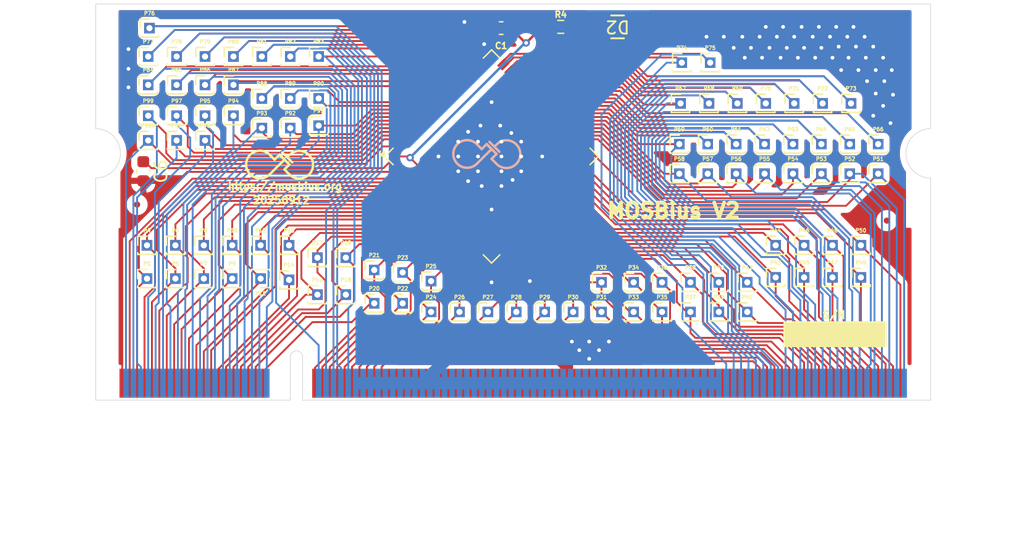
<source format=kicad_pcb>
(kicad_pcb (version 20241229) (generator "pcbnew") (generator_version "9.0")
  (layers (0 "F.Cu" signal) (2 "B.Cu" signal) (13 "F.Paste" user) (15 "B.Paste" user) (5 "F.SilkS" user "F.Silkscreen") (7 "B.SilkS" user "B.Silkscreen") (1 "F.Mask" user) (3 "B.Mask" user) (25 "Edge.Cuts" user))
  (net 0 "")
  (net 1 "GND")
  (net 2 "VDD")
  (net 3 "/DINV2_INN_R")
  (net 4 "/DCC4_N_D_R_CC")
  (net 5 "/DCC2_N_D_R_CC")
  (net 6 "/DCC2_P_G_L_CC")
  (net 7 "/DCC4_P_G_R_CS")
  (net 8 "/SBUS5")
  (net 9 "/DCC3_N_G_R_CS")
  (net 10 "/DCC1_N_D_L_CS")
  (net 11 "/DCC3_N_G_L_CC")
  (net 12 "/DCC1_N_D_R_CS")
  (net 13 "/DCC1_P_D_L_CC")
  (net 14 "/DCC1_N_G_R_CS")
  (net 15 "/DINV2_INP_R")
  (net 16 "/EN")
  (net 17 "/CLK")
  (net 18 "/DCC3_N_D_R_CS")
  (net 19 "/DCC1_N_D_R_CC")
  (net 20 "/DCC1_P_G_L_CC")
  (net 21 "/DCC1_P_D_R_CC")
  (net 22 "/CC_N_G_CS")
  (net 23 "/OTA_N_INN")
  (net 24 "/DINV1_INN_L")
  (net 25 "/DINV1_INP_R")
  (net 26 "/DCC4_N_D_L_CC")
  (net 27 "/CC_N_G_CC")
  (net 28 "/DCC2_N_G_L_CC")
  (net 29 "/DCC3_P_G_L_CC")
  (net 30 "/OTA_P_INP")
  (net 31 "/DCC3_P_G_R_CS")
  (net 32 "/DATA_SBUS6")
  (net 33 "/DCC3_P_G_L_CS")
  (net 34 "/DCC2_P_D_R_CS")
  (net 35 "/CC_P_G_CC")
  (net 36 "/DCC1_P_D_R_CS")
  (net 37 "/CC_N_D_CS")
  (net 38 "/DCC2_P_D_L_CC")
  (net 39 "/DCC4_N_G_L_CC")
  (net 40 "/CC_P_D_CS")
  (net 41 "/DINV1_INN_R")
  (net 42 "/DINV1_OUT_R")
  (net 43 "/DCC3_N_G_R_CC")
  (net 44 "/SBUS1")
  (net 45 "/DCC4_N_G_R_CC")
  (net 46 "/CC_P_G_CS")
  (net 47 "/DCC1_P_G_R_CS")
  (net 48 "/DCC3_P_G_R_CC")
  (net 49 "/DCC3_P_D_L_CC")
  (net 50 "/CC_P_D_CC")
  (net 51 "/DCC2_N_G_R_CC")
  (net 52 "/DINV2_OUT_L")
  (net 53 "/DCC3_N_D_R_CC")
  (net 54 "/DCC3_P_D_L_CS")
  (net 55 "/DCC4_P_D_R_CC")
  (net 56 "/DCC4_P_D_R_CS")
  (net 57 "/DCC2_N_D_R_CS")
  (net 58 "/DCC2_P_G_R_CC")
  (net 59 "/DCC4_P_G_L_CS")
  (net 60 "/SBUS4")
  (net 61 "/DCC3_P_D_R_CC")
  (net 62 "/DCC1_N_D_L_CC")
  (net 63 "/SBUS3")
  (net 64 "/DCC1_P_G_L_CS")
  (net 65 "/DCC3_N_D_L_CS")
  (net 66 "/DCC3_P_D_R_CS")
  (net 67 "/DCC2_P_G_R_CS")
  (net 68 "/SBUS2")
  (net 69 "/DCC3_N_G_L_CS")
  (net 70 "/OTA_N_INP")
  (net 71 "/DCC2_P_G_L_CS")
  (net 72 "/DCC2_N_G_L_CS")
  (net 73 "/DINV2_OUT_R")
  (net 74 "/DCC4_P_D_L_CS")
  (net 75 "/DCC1_N_G_L_CS")
  (net 76 "/DINV2_INN_L")
  (net 77 "/DCC4_N_G_L_CS")
  (net 78 "/OTA_P_INN")
  (net 79 "/DCC4_N_G_R_CS")
  (net 80 "/DINV1_INP_L")
  (net 81 "/DCC4_N_D_R_CS")
  (net 82 "/OTA_P_OUT")
  (net 83 "/DCC2_N_D_L_CS")
  (net 84 "/DCC3_N_D_L_CC")
  (net 85 "/DCC2_P_D_R_CC")
  (net 86 "/DCC1_P_G_R_CC")
  (net 87 "/DCC4_P_G_L_CC")
  (net 88 "/DCC1_P_D_L_CS")
  (net 89 "/DCC4_N_D_L_CS")
  (net 90 "/DCC2_N_D_L_CC")
  (net 91 "/OTA_N_OUT")
  (net 92 "/DCC4_P_D_L_CC")
  (net 93 "/DCC2_N_G_R_CS")
  (net 94 "/DCC1_N_G_L_CC")
  (net 95 "/DCC2_P_D_L_CS")
  (net 96 "/DINV2_INP_L")
  (net 97 "/DCC1_N_G_R_CC")
  (net 98 "/DCC4_P_G_R_CC")
  (net 99 "/DINV1_OUT_L")
  (net 100 "/CC_N_D_CC")
  (net 101 "Net-(D2-A)")
  (footprint "Connector_PinHeader_1.00mm:PinHeader_1x01_P1.00mm_Vertical" (layer "F.Cu") (at 128.7 47.2)
    (property "Reference" "P64")
    (property "Value" "Conn_01x01_Pin")
  )
  (footprint "Connector_PinHeader_1.00mm:PinHeader_1x01_P1.00mm_Vertical" (layer "F.Cu") (at 78.7 55.4)
    (property "Reference" "P8")
    (property "Value" "Conn_01x01_Pin")
  )
  (footprint "Connector_PinHeader_1.00mm:PinHeader_1x01_P1.00mm_Vertical" (layer "F.Cu") (at 76.5 40.1)
    (property "Reference" "P78")
    (property "Value" "Conn_01x01_Pin")
  )
  (footprint "Connector_PinHeader_1.00mm:PinHeader_1x01_P1.00mm_Vertical" (layer "F.Cu") (at 74.2 42.4)
    (property "Reference" "P84")
    (property "Value" "Conn_01x01_Pin")
  )
  (footprint "Connector_PinHeader_1.00mm:PinHeader_1x01_P1.00mm_Vertical" (layer "F.Cu") (at 88 45.7)
    (property "Reference" "P91")
    (property "Value" "Conn_01x01_Pin")
  )
  (footprint "Connector_PinHeader_1.00mm:PinHeader_1x01_P1.00mm_Vertical" (layer "F.Cu") (at 97.1 60.8)
    (property "Reference" "P24")
    (property "Value" "Conn_01x01_Pin")
  )
  (footprint "Connector_PinHeader_1.00mm:PinHeader_1x01_P1.00mm_Vertical" (layer "F.Cu") (at 120.4 58.4)
    (property "Reference" "P40")
    (property "Value" "Conn_01x01_Pin")
  )
  (footprint "Connector_PinHeader_1.00mm:PinHeader_1x01_P1.00mm_Vertical" (layer "F.Cu") (at 120.4 60.8)
    (property "Reference" "P39")
    (property "Value" "Conn_01x01_Pin")
  )
  (footprint "MOSBius_V2_CHIP:LED_150120RS75000_WRE" (layer "F.Cu") (at 112.2 37.7 180)
    (property "Reference" "D2")
    (property "Value" "LED_GRE")
  )
  (footprint "Connector_PinHeader_1.00mm:PinHeader_1x01_P1.00mm_Vertical" (layer "F.Cu") (at 76.4 55.4)
    (property "Reference" "P6")
    (property "Value" "Conn_01x01_Pin")
  )
  (footprint "Connector_PinHeader_1.00mm:PinHeader_1x01_P1.00mm_Vertical" (layer "F.Cu") (at 118.1 58.4)
    (property "Reference" "P38")
    (property "Value" "Conn_01x01_Pin")
  )
  (footprint "Connector_PinHeader_1.00mm:PinHeader_1x01_P1.00mm_Vertical" (layer "F.Cu") (at 83.4 43.5)
    (property "Reference" "P88")
    (property "Value" "Conn_01x01_Pin")
  )
  (footprint "Connector_PinHeader_1.00mm:PinHeader_1x01_P1.00mm_Vertical" (layer "F.Cu") (at 81 55.4)
    (property "Reference" "P10")
    (property "Value" "Conn_01x01_Pin")
  )
  (footprint "Connector_PinHeader_1.00mm:PinHeader_1x01_P1.00mm_Vertical" (layer "F.Cu") (at 78.7 58.1)
    (property "Reference" "P7")
    (property "Value" "Conn_01x01_Pin")
  )
  (footprint "Connector_PinHeader_1.00mm:PinHeader_1x01_P1.00mm_Vertical" (layer "F.Cu") (at 94.8 60.1)
    (property "Reference" "P22")
    (property "Value" "Conn_01x01_Pin")
  )
  (footprint "Connector_PinHeader_1.00mm:PinHeader_1x01_P1.00mm_Vertical" (layer "F.Cu") (at 74.1 55.4)
    (property "Reference" "P4")
    (property "Value" "Conn_01x01_Pin")
  )
  (footprint "Connector_PinHeader_1.00mm:PinHeader_1x01_P1.00mm_Vertical" (layer "F.Cu") (at 101.7 60.8)
    (property "Reference" "P27")
    (property "Value" "Conn_01x01_Pin")
  )
  (footprint "Connector_PinHeader_1.00mm:PinHeader_1x01_P1.00mm_Vertical" (layer "F.Cu") (at 121.9 43.9)
    (property "Reference" "P69")
    (property "Value" "Conn_01x01_Pin")
  )
  (footprint "Connector_PinHeader_1.00mm:PinHeader_1x01_P1.00mm_Vertical" (layer "F.Cu") (at 131.9 58)
    (property "Reference" "P49")
    (property "Value" "Conn_01x01_Pin")
  )
  (footprint "Connector_PinHeader_1.00mm:PinHeader_1x01_P1.00mm_Vertical" (layer "F.Cu") (at 85.7 45.9)
    (property "Reference" "P92")
    (property "Value" "Conn_01x01_Pin")
  )
  (footprint "Connector_PinHeader_1.00mm:PinHeader_1x01_P1.00mm_Vertical" (layer "F.Cu") (at 108.6 60.8)
    (property "Reference" "P30")
    (property "Value" "Conn_01x01_Pin")
  )
  (footprint "Connector_PinHeader_1.00mm:PinHeader_1x01_P1.00mm_Vertical" (layer "F.Cu") (at 127.3 55.4)
    (property "Reference" "P46")
    (property "Value" "Conn_01x01_Pin")
  )
  (footprint "Connector_PinHeader_1.00mm:PinHeader_1x01_P1.00mm_Vertical" (layer "F.Cu") (at 81.1 42.4)
    (property "Reference" "P87")
    (property "Value" "Conn_01x01_Pin")
  )
  (footprint "" (layer "F.Cu") (at 73.3 52.1)
    (property "Reference" "")
    (property "Value" "")
  )
  (footprint "Connector_PinHeader_1.00mm:PinHeader_1x01_P1.00mm_Vertical" (layer "F.Cu") (at 81.1 44.9)
    (property "Reference" "P94")
    (property "Value" "Conn_01x01_Pin")
  )
  (footprint "Connector_PinHeader_1.00mm:PinHeader_1x01_P1.00mm_Vertical" (layer "F.Cu") (at 122.7 60.8)
    (property "Reference" "P41")
    (property "Value" "Conn_01x01_Pin")
  )
  (footprint "Connector_PinHeader_1.00mm:PinHeader_1x01_P1.00mm_Vertical" (layer "F.Cu") (at 99.4 60.8)
    (property "Reference" "P26")
    (property "Value" "Conn_01x01_Pin")
  )
  (footprint "Connector_PinHeader_1.00mm:PinHeader_1x01_P1.00mm_Vertical" (layer "F.Cu") (at 129.6 58)
    (property "Reference" "P47")
    (property "Value" "Conn_01x01_Pin")
  )
  (footprint "Connector_PinHeader_1.00mm:PinHeader_1x01_P1.00mm_Vertical" (layer "F.Cu") (at 78.8 42.4)
    (property "Reference" "P86")
    (property "Value" "Conn_01x01_Pin")
  )
  (footprint "Connector_PinHeader_1.00mm:PinHeader_1x01_P1.00mm_Vertical" (layer "F.Cu") (at 78.8 40.1)
    (property "Reference" "P79")
    (property "Value" "Conn_01x01_Pin")
  )
  (footprint "Capacitor_SMD:C_0603_1608Metric" (layer "F.Cu") (at 102.775 37.8 180)
    (property "Reference" "C1")
    (property "Value" "0.1u")
  )
  (footprint "Fiducial:Fiducial_0.5mm_Mask1.5mm" (layer "F.Cu") (at 134.4 38.5)
    (property "Reference" "REF**" (hide yes))
    (property "Value" "Fiducial_0.5mm_Mask1.5mm")
  )
  (footprint "Connector_PinHeader_1.00mm:PinHeader_1x01_P1.00mm_Vertical" (layer "F.Cu") (at 74.2 44.9)
    (property "Reference" "P99")
    (property "Value" "Conn_01x01_Pin")
  )
  (footprint "Connector_PinHeader_1.00mm:PinHeader_1x01_P1.00mm_Vertical" (layer "F.Cu") (at 110.9 60.8)
    (property "Reference" "P31")
    (property "Value" "Conn_01x01_Pin")
  )
  (footprint "Connector_PinHeader_1.00mm:PinHeader_1x01_P1.00mm_Vertical" (layer "F.Cu") (at 118.1 60.8)
    (property "Reference" "P37")
    (property "Value" "Conn_01x01_Pin")
  )
  (footprint "Connector_PinHeader_1.00mm:PinHeader_1x01_P1.00mm_Vertical" (layer "F.Cu") (at 74.3 37.8)
    (property "Reference" "P76")
    (property "Value" "Conn_01x01_Pin")
  )
  (footprint "Resistor_SMD:R_0603_1608Metric" (layer "F.Cu") (at 107.6 37.7)
    (property "Reference" "R4")
    (property "Value" "330")
  )
  (footprint "Connector_PinHeader_1.00mm:PinHeader_1x01_P1.00mm_Vertical" (layer "F.Cu") (at 87.9 59.4)
    (property "Reference" "P16")
    (property "Value" "Conn_01x01_Pin")
  )
  (footprint "Connector_PinHeader_1.00mm:PinHeader_1x01_P1.00mm_Vertical" (layer "F.Cu") (at 83.4 45.9)
    (property "Reference" "P93")
    (property "Value" "Conn_01x01_Pin")
  )
  (footprint "Connector_PinHeader_1.00mm:PinHeader_1x01_P1.00mm_Vertical" (layer "F.Cu") (at 113.5 60.8)
    (property "Reference" "P33")
    (property "Value" "Conn_01x01_Pin")
  )
  (footprint "Connector_PinHeader_1.00mm:PinHeader_1x01_P1.00mm_Vertical" (layer "F.Cu") (at 106.3 60.8)
    (property "Reference" "P29")
    (property "Value" "Conn_01x01_Pin")
  )
  (footprint "Connector_PinHeader_1.00mm:PinHeader_1x01_P1.00mm_Vertical" (layer "F.Cu") (at 131 49.6)
    (property "Reference" "P52")
    (property "Value" "Conn_01x01_Pin")
  )
  (footprint "Connector_PinHeader_1.00mm:PinHeader_1x01_P1.00mm_Vertical" (layer "F.Cu") (at 115.8 60.8)
    (property "Reference" "P35")
    (property "Value" "Conn_01x01_Pin")
  )
  (footprint "Connector_PinHeader_1.00mm:PinHeader_1x01_P1.00mm_Vertical" (layer "F.Cu") (at 85.6 58.2)
    (property "Reference" "P14")
    (property "Value" "Conn_01x01_Pin")
  )
  (footprint "Connector_PinHeader_1.00mm:PinHeader_1x01_P1.00mm_Vertical" (layer "F.Cu") (at 121.8 47.2)
    (property "Reference" "P61")
    (property "Value" "Conn_01x01_Pin")
  )
  (footprint "Connector_PinHeader_1.00mm:PinHeader_1x01_P1.00mm_Vertical" (layer "F.Cu") (at 119.6 43.9)
    (property "Reference" "P68")
    (property "Value" "Conn_01x01_Pin")
  )
  (footprint "Connector_PinHeader_1.00mm:PinHeader_1x01_P1.00mm_Vertical" (layer "F.Cu") (at 119.5 49.6)
    (property "Reference" "P57")
    (property "Value" "Conn_01x01_Pin")
  )
  (footprint "Connector_PinHeader_1.00mm:PinHeader_1x01_P1.00mm_Vertical" (layer "F.Cu") (at 115.8 58.4)
    (property "Reference" "P36")
    (property "Value" "Conn_01x01_Pin")
  )
  (footprint "Connector_PinHeader_1.00mm:PinHeader_1x01_P1.00mm_Vertical" (layer "F.Cu") (at 74.2 46.9)
    (property "Reference" "P100")
    (property "Value" "Conn_01x01_Pin")
  )
  (footprint "Connector_PinHeader_1.00mm:PinHeader_1x01_P1.00mm_Vertical" (layer "F.Cu") (at 122.7 58.4)
    (property "Reference" "P42")
    (property "Value" "Conn_01x01_Pin")
  )
  (footprint "Connector_PinHeader_1.00mm:PinHeader_1x01_P1.00mm_Vertical" (layer "F.Cu") (at 85.7 43.5)
    (property "Reference" "P89")
    (property "Value" "Conn_01x01_Pin")
  )
  (footprint "Connector_PinHeader_1.00mm:PinHeader_1x01_P1.00mm_Vertical" (layer "F.Cu") (at 78.8 46.9)
    (property "Reference" "P96")
    (property "Value" "Conn_01x01_Pin")
  )
  (footprint "" (layer "F.Cu") (at 134 53.4)
    (property "Reference" "")
    (property "Value" "")
  )
  (footprint "Connector_PinHeader_1.00mm:PinHeader_1x01_P1.00mm_Vertical" (layer "F.Cu") (at 124.1 47.2)
    (property "Reference" "P62")
    (property "Value" "Conn_01x01_Pin")
  )
  (footprint "Connector_PinHeader_1.00mm:PinHeader_1x01_P1.00mm_Vertical" (layer "F.Cu") (at 117.4 40.6)
    (property "Reference" "P74")
    (property "Value" "Conn_01x01_Pin")
  )
  (footprint "Connector_PinHeader_1.00mm:PinHeader_1x01_P1.00mm_Vertical" (layer "F.Cu") (at 76.5 44.9)
    (property "Reference" "P97")
    (property "Value" "Conn_01x01_Pin")
  )
  (footprint "Connector_PinHeader_1.00mm:PinHeader_1x01_P1.00mm_Vertical" (layer "F.Cu") (at 92.5 60.1)
    (property "Reference" "P20")
    (property "Value" "Conn_01x01_Pin")
  )
  (footprint "Connector_PinHeader_1.00mm:PinHeader_1x01_P1.00mm_Vertical" (layer "F.Cu") (at 126.5 43.9)
    (property "Reference" "P71")
    (property "Value" "Conn_01x01_Pin")
  )
  (footprint "Connector_PinHeader_1.00mm:PinHeader_1x01_P1.00mm_Vertical" (layer "F.Cu") (at 131 47.2)
    (property "Reference" "P65")
    (property "Value" "Conn_01x01_Pin")
  )
  (footprint "Connector_PinHeader_1.00mm:PinHeader_1x01_P1.00mm_Vertical" (layer "F.Cu") (at 117.2 47.2)
    (property "Reference" "P59")
    (property "Value" "Conn_01x01_Pin")
  )
  (footprint "Connector_PinHeader_1.00mm:PinHeader_1x01_P1.00mm_Vertical" (layer "F.Cu") (at 131.1 43.9)
    (property "Reference" "P73")
    (property "Value" "Conn_01x01_Pin")
  )
  (footprint "Connector_PinHeader_1.00mm:PinHeader_1x01_P1.00mm_Vertical" (layer "F.Cu") (at 85.6 55.4)
    (property "Reference" "P15")
    (property "Value" "Conn_01x01_Pin")
  )
  (footprint "Connector_PinHeader_1.00mm:PinHeader_1x01_P1.00mm_Vertical" (layer "F.Cu") (at 126.4 49.6)
    (property "Reference" "P54")
    (property "Value" "Conn_01x01_Pin")
  )
  (footprint "Connector_PinHeader_1.00mm:PinHeader_1x01_P1.00mm_Vertical" (layer "F.Cu") (at 128.8 43.9)
    (property "Reference" "P72")
    (property "Value" "Conn_01x01_Pin")
  )
  (footprint "Connector_PinHeader_1.00mm:PinHeader_1x01_P1.00mm_Vertical" (layer "F.Cu") (at 117.3 43.9)
    (property "Reference" "P67")
    (property "Value" "Conn_01x01_Pin")
  )
  (footprint "Connector_PinHeader_1.00mm:PinHeader_1x01_P1.00mm_Vertical" (layer "F.Cu") (at 133.3 49.6)
    (property "Reference" "P51")
    (property "Value" "Conn_01x01_Pin")
  )
  (footprint "Connector_PinHeader_1.00mm:PinHeader_1x01_P1.00mm_Vertical" (layer "F.Cu") (at 78.8 44.9)
    (property "Reference" "P95")
    (property "Value" "Conn_01x01_Pin")
  )
  (footprint "Connector_PinHeader_1.00mm:PinHeader_1x01_P1.00mm_Vertical" (layer "F.Cu") (at 126.4 47.2)
    (property "Reference" "P63")
    (property "Value" "Conn_01x01_Pin")
  )
  (footprint "Connector_PinHeader_1.00mm:PinHeader_1x01_P1.00mm_Vertical" (layer "F.Cu") (at 124.2 43.9)
    (property "Reference" "P70")
    (property "Value" "Conn_01x01_Pin")
  )
  (footprint "Connector_PinHeader_1.00mm:PinHeader_1x01_P1.00mm_Vertical" (layer "F.Cu") (at 85.7 40.1)
    (property "Reference" "P82")
    (property "Value" "Conn_01x01_Pin")
  )
  (footprint "Connector_PinHeader_1.00mm:PinHeader_1x01_P1.00mm_Vertical" (layer "F.Cu") (at 104 60.8)
    (property "Reference" "P28")
    (property "Value" "Conn_01x01_Pin")
  )
  (footprint "Package_DFN_QFN:ArtInChip_QFN-100-1EP_12x12mm_P0.4mm_EP7.4x7.4mm" (layer "F.Cu") (at 101.46145 48.423075)
    (property "Reference" "MOSbius_V2" (hide yes))
    (property "Value" "MOSbius_V2" (hide yes))
  )
  (footprint "Connector_PinHeader_1.00mm:PinHeader_1x01_P1.00mm_Vertical" (layer "F.Cu") (at 113.5 58.4)
    (property "Reference" "P34")
    (property "Value" "Conn_01x01_Pin")
  )
  (footprint "Connector_PinHeader_1.00mm:PinHeader_1x01_P1.00mm_Vertical" (layer "F.Cu") (at 76.5 42.4)
    (property "Reference" "P85")
    (property "Value" "Conn_01x01_Pin")
  )
  (footprint "Connector_PinHeader_1.00mm:PinHeader_1x01_P1.00mm_Vertical" (layer "F.Cu") (at 90.2 56.4)
    (property "Reference" "P19")
    (property "Value" "Conn_01x01_Pin")
  )
  (footprint "Connector_PinHeader_1.00mm:PinHeader_1x01_P1.00mm_Vertical" (layer "F.Cu") (at 125 58)
    (property "Reference" "P43")
    (property "Value" "Conn_01x01_Pin")
  )
  (footprint "Connector_PinHeader_1.00mm:PinHeader_1x01_P1.00mm_Vertical" (layer "F.Cu") (at 128.7 49.6)
    (property "Reference" "P53")
    (property "Value" "Conn_01x01_Pin")
  )
  (footprint "Connector_PinHeader_1.00mm:PinHeader_1x01_P1.00mm_Vertical" (layer "F.Cu") (at 110.9 58.4)
    (property "Reference" "P32")
    (property "Value" "Conn_01x01_Pin")
  )
  (footprint "Connector_PinHeader_1.00mm:PinHeader_1x01_P1.00mm_Vertical" (layer "F.Cu") (at 125 55.4)
    (property "Reference" "P44")
    (property "Value" "Conn_01x01_Pin")
  )
  (footprint "Connector_PinHeader_1.00mm:PinHeader_1x01_P1.00mm_Vertical" (layer "F.Cu") (at 81 58.1)
    (property "Reference" "P9")
    (property "Value" "Conn_01x01_Pin")
  )
  (footprint "Connector_PinHeader_1.00mm:PinHeader_1x01_P1.00mm_Vertical" (layer "F.Cu") (at 119.7 40.6)
    (property "Reference" "P75")
    (property "Value" "Conn_01x01_Pin")
  )
  (footprint "Connector_PinHeader_1.00mm:PinHeader_1x01_P1.00mm_Vertical" (layer "F.Cu") (at 124.1 49.6)
    (property "Reference" "P55")
    (property "Value" "Conn_01x01_Pin")
  )
  (footprint "Connector_PinHeader_1.00mm:PinHeader_1x01_P1.00mm_Vertical" (layer "F.Cu") (at 87.9 56.4)
    (property "Reference" "P17")
    (property "Value" "Conn_01x01_Pin")
  )
  (footprint "Connector_PinHeader_1.00mm:PinHeader_1x01_P1.00mm_Vertical" (layer "F.Cu") (at 76.5 46.9)
    (property "Reference" "P98")
    (property "Value" "Conn_01x01_Pin")
  )
  (footprint "Connector_PinHeader_1.00mm:PinHeader_1x01_P1.00mm_Vertical" (layer "F.Cu") (at 74.1 58.1)
    (property "Reference" "P3")
    (property "Value" "Conn_01x01_Pin")
  )
  (footprint "Connector_PinHeader_1.00mm:PinHeader_1x01_P1.00mm_Vertical" (layer "F.Cu") (at 90.2 59.4)
    (property "Reference" "P18")
    (property "Value" "Conn_01x01_Pin")
  )
  (footprint "Connector_PinHeader_1.00mm:PinHeader_1x01_P1.00mm_Vertical" (layer "F.Cu") (at 88 40.1)
    (property "Reference" "P83")
    (property "Value" "Conn_01x01_Pin")
  )
  (footprint "Connector_PinHeader_1.00mm:PinHeader_1x01_P1.00mm_Vertical" (layer "F.Cu") (at 76.4 58.1)
    (property "Reference" "P5")
    (property "Value" "Conn_01x01_Pin")
  )
  (footprint "Connector_PinHeader_1.00mm:PinHeader_1x01_P1.00mm_Vertical" (layer "F.Cu") (at 88 43.5)
    (property "Reference" "P90")
    (property "Value" "Conn_01x01_Pin")
  )
  (footprint "Connector_PinHeader_1.00mm:PinHeader_1x01_P1.00mm_Vertical" (layer "F.Cu") (at 133.3 47.2)
    (property "Reference" "P66")
    (property "Value" "Conn_01x01_Pin")
  )
  (footprint "Connector_PinHeader_1.00mm:PinHeader_1x01_P1.00mm_Vertical" (layer "F.Cu") (at 74.2 40.1)
    (property "Reference" "P77")
    (property "Value" "Conn_01x01_Pin")
  )
  (footprint "Connector_PinHeader_1.00mm:PinHeader_1x01_P1.00mm_Vertical" (layer "F.Cu") (at 121.8 49.6)
    (property "Reference" "P56")
    (property "Value" "Conn_01x01_Pin")
  )
  (footprint "Connector_PinHeader_1.00mm:PinHeader_1x01_P1.00mm_Vertical" (layer "F.Cu") (at 83.3 58.1 180)
    (property "Reference" "P11")
    (property "Value" "Conn_01x01_Pin")
  )
  (footprint "Connector_PinHeader_1.00mm:PinHeader_1x01_P1.00mm_Vertical" (layer "F.Cu") (at 131.9 55.4)
    (property "Reference" "P50")
    (property "Value" "Conn_01x01_Pin")
  )
  (footprint "Connector_PinHeader_1.00mm:PinHeader_1x01_P1.00mm_Vertical" (layer "F.Cu") (at 92.5 57.4)
    (property "Reference" "P21")
    (property "Value" "Conn_01x01_Pin")
  )
  (footprint "Connector_PinHeader_1.00mm:PinHeader_1x01_P1.00mm_Vertical" (layer "F.Cu") (at 83.4 40.1)
    (property "Reference" "P81")
    (property "Value" "Conn_01x01_Pin")
  )
  (footprint "Capacitor_SMD:C_0603_1608Metric" (layer "F.Cu") (at 73.8 49.4 -90)
    (property "Reference" "C6")
    (property "Value" "1u")
  )
  (footprint "Connector_PinHeader_1.00mm:PinHeader_1x01_P1.00mm_Vertical" (layer "F.Cu") (at 94.8 57.6)
    (property "Reference" "P23")
    (property "Value" "Conn_01x01_Pin")
  )
  (footprint "Connector_PinHeader_1.00mm:PinHeader_1x01_P1.00mm_Vertical" (layer "F.Cu") (at 119.5 47.2)
    (property "Reference" "P60")
    (property "Value" "Conn_01x01_Pin")
  )
  (footprint "Connector_PinHeader_1.00mm:PinHeader_1x01_P1.00mm_Vertical" (layer "F.Cu") (at 129.6 55.4)
    (property "Reference" "P48")
    (property "Value" "Conn_01x01_Pin")
  )
  (footprint "MOSBius_V2_CHIP:SODIMM-200_1.8V_Card_edge_Extend" (layer "F.Cu") (at 72.1 66.575)
    (property "Reference" "Daughter_Card_PIN1" (hide yes))
    (property "Value" "~")
    (fp_line (start -2.15 -20.625) (end -2.15 -29.7) (stroke (width 0.05)) (layer "Edge.Cuts"))
    (fp_line (start -2.15 1.375) (end -2.15 -16.625) (stroke (width 0.05)) (layer "Edge.Cuts"))
    (fp_line (start 13.6 1.375) (end -2.15 1.375) (stroke (width 0.05)) (layer "Edge.Cuts"))
    (fp_line (start 13.6 1.375) (end 13.6 -2.125) (stroke (width 0.05)) (layer "Edge.Cuts"))
    (fp_line (start 14.6 -2.125) (end 14.6 1.375) (stroke (width 0.05)) (layer "Edge.Cuts"))
    (fp_line (start 14.6 1.375) (end 65.45 1.375) (stroke (width 0.05)) (layer "Edge.Cuts"))
    (fp_line (start 65.45 -20.625) (end 65.45 -29.7) (stroke (width 0.05)) (layer "Edge.Cuts"))
    (fp_line (start 65.45 1.375) (end 65.45 -16.625) (stroke (width 0.05)) (layer "Edge.Cuts"))
    (fp_arc (start -2.15 -20.625) (mid -0.15 -18.625) (end -2.15 -16.625) (stroke (width 0.05)) (layer "Edge.Cuts"))
    (fp_arc (start 13.6 -2.125) (mid 14.1 -2.625) (end 14.6 -2.125) (stroke (width 0.05)) (layer "Edge.Cuts"))
    (fp_arc (start 65.45 -16.625) (mid 63.45 -18.625) (end 65.45 -20.625) (stroke (width 0.05)) (layer "Edge.Cuts"))
  )
  (footprint "Connector_PinHeader_1.00mm:PinHeader_1x01_P1.00mm_Vertical" (layer "F.Cu") (at 127.3 58)
    (property "Reference" "P45")
    (property "Value" "Conn_01x01_Pin")
  )
  (footprint "Connector_PinHeader_1.00mm:PinHeader_1x01_P1.00mm_Vertical" (layer "F.Cu") (at 97.1 58.3)
    (property "Reference" "P25")
    (property "Value" "Conn_01x01_Pin")
  )
  (footprint "Connector_PinHeader_1.00mm:PinHeader_1x01_P1.00mm_Vertical" (layer "F.Cu") (at 83.3 55.4)
    (property "Reference" "P12")
    (property "Value" "Conn_01x01_Pin")
  )
  (footprint "Connector_PinHeader_1.00mm:PinHeader_1x01_P1.00mm_Vertical" (layer "F.Cu") (at 81.1 40.1)
    (property "Reference" "P80")
    (property "Value" "Conn_01x01_Pin")
  )
  (footprint "Connector_PinHeader_1.00mm:PinHeader_1x01_P1.00mm_Vertical" (layer "F.Cu") (at 117.2 49.6)
    (property "Reference" "P58")
    (property "Value" "Conn_01x01_Pin")
  )
  (gr_line (start 85.583999 49.610929) (end 85.228946 49.255876) (stroke (width 0.2)) (layer "F.SilkS"))
  (gr_arc (start 84.038946 49.645876) (mid 82.129022 48.818529) (end 84.087866 48.114797) (stroke (width 0.2)) (layer "F.SilkS"))
  (gr_line (start 85.058946 47.875876) (end 85.858946 48.675876) (stroke (width 0.2)) (layer "F.SilkS"))
  (gr_line (start 84.828946 48.055876) (end 85.628946 48.855876) (stroke (width 0.2)) (layer "F.SilkS"))
  (gr_rect (start 125.675 61.6) (end 133.925 63.6) (stroke (width 0.1)) (fill yes) (layer "F.SilkS"))
  (gr_line (start 85.780001 47.96) (end 85.478946 48.225876) (stroke (width 0.2)) (layer "F.SilkS"))
  (gr_line (start 84.038946 49.645876) (end 85.228946 48.455876) (stroke (width 0.2)) (layer "F.SilkS"))
  (gr_arc (start 85.78 47.96) (mid 87.54187 48.989774) (end 85.601106 49.620689) (stroke (width 0.2)) (layer "F.SilkS"))
  (gr_line (start 84.828946 48.055876) (end 84.428946 48.455876) (stroke (width 0.2)) (layer "F.SilkS"))
  (gr_line (start 84.428946 48.455876) (end 84.073893 48.100823) (stroke (width 0.2)) (layer "F.SilkS"))
  (gr_line (start 85.328946 48.555876) (end 84.828946 48.055876) (stroke (width 0.2)) (layer "F.SilkS"))
  (gr_line (start 85.628946 48.855876) (end 85.228946 49.255876) (stroke (width 0.2)) (layer "F.SilkS"))
  (gr_arc (start 100.81 48.79) (mid 98.900076 47.962653) (end 100.85892 47.258921) (stroke (width 0.2)) (layer "B.SilkS"))
  (gr_line (start 102.355053 48.755053) (end 102 48.4) (stroke (width 0.2)) (layer "B.SilkS"))
  (gr_line (start 102.65 47.03) (end 102.25 47.37) (stroke (width 0.2)) (layer "B.SilkS"))
  (gr_arc (start 102.64 47.04) (mid 104.311519 48.188954) (end 102.36783 48.768735) (stroke (width 0.2)) (layer "B.SilkS"))
  (gr_line (start 102.1 47.7) (end 101.6 47.2) (stroke (width 0.2)) (layer "B.SilkS"))
  (gr_line (start 101.6 47.2) (end 102.4 48) (stroke (width 0.2)) (layer "B.SilkS"))
  (gr_line (start 100.81 48.79) (end 102 47.6) (stroke (width 0.2)) (layer "B.SilkS"))
  (gr_line (start 101.6 47.2) (end 101.2 47.6) (stroke (width 0.2)) (layer "B.SilkS"))
  (gr_line (start 101.2 47.6) (end 100.844947 47.244947) (stroke (width 0.2)) (layer "B.SilkS"))
  (gr_line (start 102.4 48) (end 102 48.4) (stroke (width 0.2)) (layer "B.SilkS"))
  (gr_line (start 101.83 47.02) (end 102.63 47.82) (stroke (width 0.2)) (layer "B.SilkS"))
  (gr_line (start 69.95 36.875) (end 69.95 35.85) (stroke (width 0.05)) (layer "Edge.Cuts"))
  (gr_line (start 69.95 35.85) (end 137.55 35.85) (stroke (width 0.05)) (layer "Edge.Cuts"))
  (gr_line (start 137.55 36.875) (end 137.55 35.85) (stroke (width 0.05)) (layer "Edge.Cuts"))
  (gr_text "20250912" (at 82.6 52.1 0) (layer "F.SilkS") (effects (font (size 0.6 0.6) (thickness 0.15) (bold yes)) (justify left bottom)))
  (gr_text "https://mosbius.org" (at 80.56 50.98 0) (layer "F.SilkS") (effects (font (size 0.6 0.6) (thickness 0.15) (bold yes)) (justify left bottom)))
  (gr_text "MOSBius V2" (at 111.2 53.3 0) (layer "F.SilkS") (effects (font (size 1.2 1.2) (thickness 0.3) (bold yes)) (justify left bottom)))
  (gr_text "S/N\n" (at 128.7 61.4 0) (layer "F.SilkS") (effects (font (size 0.6 0.6) (thickness 0.15) (bold yes)) (justify left bottom)))
  (segment (start 77.452162 49.447838) (end 93.963937 49.447838) (width 0.15) (layer "F.Cu") (net 1))
  (segment (start 102 37.8) (end 101 37.8) (width 0.15) (layer "F.Cu") (net 1))
  (segment (start 72.1 54.8) (end 77.452162 49.447838) (width 0.15) (layer "F.Cu") (net 1))
  (segment (start 77.352162 49.447838) (end 76.625 50.175) (width 0.15) (layer "F.Cu") (net 1))
  (segment (start 76.625 50.175) (end 73.8 50.175) (width 0.15) (layer "F.Cu") (net 1))
  (segment (start 77.452162 49.447838) (end 77.352162 49.447838) (width 0.15) (layer "F.Cu") (net 1))
  (segment (start 94.3 66.575) (end 93.976 66.575) (width 1) (layer "F.Cu") (net 1))
  (segment (start 113.7 37.7) (end 118.6 37.7) (width 0.15) (layer "F.Cu") (net 1))
  (segment (start 101 37.8) (end 100.9 37.7) (width 0.15) (layer "F.Cu") (net 1))
  (segment (start 72.1 66.575) (end 72.1 54.8) (width 0.15) (layer "F.Cu") (net 1))
  (segment (start 94.3 66.575) (end 122.824 66.575) (width 1) (layer "F.Cu") (net 1))
  (segment (start 93.7 66.575) (end 94.9 66.575) (width 0.15) (layer "F.Cu") (net 1))
  (segment (start 118.6 37.7) (end 119.4 38.5) (width 0.15) (layer "F.Cu") (net 1))
  (segment (start 93.963937 49.447838) (end 94.398602 49.013173) (width 0.15) (layer "F.Cu") (net 1))
  (segment (start 108.1 65.2) (end 107.3 64.4) (width 1) (layer "F.Cu") (net 1))
  (segment (start 108.1 66.575) (end 108.1 65.2) (width 1) (layer "F.Cu") (net 1))
  (via (at 129.9 37.7) (size 0.6096) (drill 0.3048) (layers "F.Cu" "B.Cu") (net 1))
  (via (at 120.8 38.5) (size 0.6096) (drill 0.3048) (layers "F.Cu" "B.Cu") (net 1))
  (via (at 124.5 39.4) (size 0.6096) (drill 0.3048) (layers "F.Cu" "B.Cu") (net 1))
  (via (at 133.1 41.2) (size 0.6096) (drill 0.3048) (layers "F.Cu" "B.Cu") (net 1))
  (via (at 132.3 40.2) (size 0.6096) (drill 0.3048) (layers "F.Cu" "B.Cu") (net 1))
  (via (at 130.9 40.2) (size 0.6096) (drill 0.3048) (layers "F.Cu" "B.Cu") (net 1))
  (via (at 102 43.8) (size 0.6096) (drill 0.3048) (layers "F.Cu" "B.Cu") (net 1))
  (via (at 132.9 39.3) (size 0.6096) (drill 0.3048) (layers "F.Cu" "B.Cu") (net 1))
  (via (at 134.3 45.5) (size 0.6096) (drill 0.3048) (layers "F.Cu" "B.Cu") (net 1))
  (via (at 125.1 38.5) (size 0.6096) (drill 0.3048) (layers "F.Cu" "B.Cu") (net 1))
  (via (at 100.9 47) (size 0.6096) (drill 0.3048) (layers "F.Cu" "B.Cu") (net 1))
  (via (at 128 38.5) (size 0.6096) (drill 0.3048) (layers "F.Cu" "B.Cu") (net 1))
  (via (at 109.9 64.6) (size 0.6096) (drill 0.3048) (layers "F.Cu" "B.Cu") (net 1))
  (via (at 102.7 45.7) (size 0.6096) (drill 0.3048) (layers "F.Cu" "B.Cu") (net 1))
  (via (at 125.4 40.2) (size 0.6096) (drill 0.3048) (layers "F.Cu" "B.Cu") (net 1))
  (via (at 106.1 48.2) (size 0.6096) (drill 0.3048) (layers "F.Cu" "B.Cu") (net 1))
  (via (at 124.2 37.7) (size 0.6096) (drill 0.3048) (layers "F.Cu" "B.Cu") (net 1))
  (via (at 133.8 42.1) (size 0.6096) (drill 0.3048) (layers "F.Cu" "B.Cu") (net 1))
  (via (at 102.8 50.6) (size 0.6096) (drill 0.3048) (layers "F.Cu" "B.Cu") (net 1))
  (via (at 102.8 47) (size 0.6096) (drill 0.3048) (layers "F.Cu" "B.Cu") (net 1))
  (via (at 133.7 40.2) (size 0.6096) (drill 0.3048) (layers "F.Cu" "B.Cu") (net 1))
  (via (at 128.5 37.7) (size 0.6096) (drill 0.3048) (layers "F.Cu" "B.Cu") (net 1))
  (via (at 72.6 39.5) (size 0.6096) (drill 0.3048) (layers "F.Cu" "B.Cu") (net 1))
  (via (at 126.8 40.2) (size 0.6096) (drill 0.3048) (layers "F.Cu" "B.Cu") (net 1))
  (via (at 128.7 39.4) (size 0.6096) (drill 0.3048) (layers "F.Cu" "B.Cu") (net 1))
  (via (at 123 39.4) (size 0.6096) (drill 0.3048) (layers "F.Cu" "B.Cu") (net 1))
  (via (at 130.3 41.2) (size 0.6096) (drill 0.3048) (layers "F.Cu" "B.Cu") (net 1))
  (via (at 97.7 48.2) (size 0.6096) (drill 0.3048) (layers "F.Cu" "B.Cu") (net 1))
  (via (at 122.5 40.2) (size 0.6096) (drill 0.3048) (layers "F.Cu" "B.Cu") (net 1))
  (via (at 130.8 38.5) (size 0.6096) (drill 0.3048) (layers "F.Cu" "B.Cu") (net 1))
  (via (at 102 52.5) (size 0.6096) (drill 0.3048) (layers "F.Cu" "B.Cu") (net 1))
  (via (at 125.9 39.4) (size 0.6096) (drill 0.3048) (layers "F.Cu" "B.Cu") (net 1))
  (via (at 99.3 49.4) (size 0.6096) (drill 0.3048) (layers "F.Cu" "B.Cu") (net 1))
  (via (at 121.6 39.4) (size 0.6096) (drill 0.3048) (layers "F.Cu" "B.Cu") (net 1))
  (via (at 128.2 40.2) (size 0.6096) (drill 0.3048) (layers "F.Cu" "B.Cu") (net 1))
  (via (at 130.1 39.3) (size 0.6096) (drill 0.3048) (layers "F.Cu" "B.Cu") (net 1))
  (via (at 131.3 37.7) (size 0.6096) (drill 0.3048) (layers "F.Cu" "B.Cu") (net 1))
  (via (at 132.9 44.9) (size 0.6096) (drill 0.3048) (layers "F.Cu" "B.Cu") (net 1))
  (via (at 134.4 41.2) (size 0.6096) (drill 0.3048) (layers "F.Cu" "B.Cu") (net 1))
  (via (at 134.5 43.2) (size 0.6096) (drill 0.3048) (layers "F.Cu" "B.Cu") (net 1))
  (via (at 72.6 42.6) (size 0.6096) (drill 0.3048) (layers "F.Cu" "B.Cu") (net 1))
  (via (at 101.2 50.6) (size 0.6096) (drill 0.3048) (layers "F.Cu" "B.Cu") (net 1))
  (via (at 133.7 44.1) (size 0.6096) (drill 0.3048) (layers "F.Cu" "B.Cu") (net 1))
  (via (at 111.5 63.2) (size 0.6096) (drill 0.3048) (layers "F.Cu" "B.Cu") (net 1))
  (via (at 105.1 58.3) (size 0.6096) (drill 0.3048) (layers "F.Cu" "B.Cu") (net 1))
  (via (at 127.3 39.4) (size 0.6096) (drill 0.3048) (layers "F.Cu" "B.Cu") (net 1))
  (via (at 104.4 49.4) (size 0.6096) (drill 0.3048) (layers "F.Cu" "B.Cu") (net 1))
  (via (at 126.5 38.5) (size 0.6096) (drill 0.3048) (layers "F.Cu" "B.Cu") (net 1))
  (via (at 133.1 43.1) (size 0.6096) (drill 0.3048) (layers "F.Cu" "B.Cu") (net 1))
  (via (at 125.6 37.7) (size 0.6096) (drill 0.3048) (layers "F.Cu" "B.Cu") (net 1))
  (via (at 104.4 47) (size 0.6096) (drill 0.3048) (layers "F.Cu" "B.Cu") (net 1))
  (via (at 129.4 38.5) (size 0.6096) (drill 0.3048) (layers "F.Cu" "B.Cu") (net 1))
  (via (at 102.8 48.2) (size 0.6096) (drill 0.3048) (layers "F.Cu" "B.Cu") (net 1))
  (via (at 104.4 48.2) (size 0.6096) (drill 0.3048) (layers "F.Cu" "B.Cu") (net 1))
  (via (at 132.4 42.1) (size 0.6096) (drill 0.3048) (layers "F.Cu" "B.Cu") (net 1))
  (via (at 123.9 40.2) (size 0.6096) (drill 0.3048) (layers "F.Cu" "B.Cu") (net 1))
  (via (at 129.6 40.2) (size 0.6096) (drill 0.3048) (layers "F.Cu" "B.Cu") (net 1))
  (via (at 103.7 50.1) (size 0.6096) (drill 0.3048) (layers "F.Cu" "B.Cu") (net 1))
  (via (at 123.7 38.5) (size 0.6096) (drill 0.3048) (layers "F.Cu" "B.Cu") (net 1))
  (via (at 122.3 38.5) (size 0.6096) (drill 0.3048) (layers "F.Cu" "B.Cu") (net 1))
  (via (at 72.6 41.1) (size 0.6096) (drill 0.3048) (layers "F.Cu" "B.Cu") (net 1))
  (via (at 101.4 39.1) (size 0.6096) (drill 0.3048) (layers "F.Cu" "B.Cu") (net 1))
  (via (at 102 58.4) (size 0.6096) (drill 0.3048) (layers "F.Cu" "B.Cu") (net 1))
  (via (at 100.9 49.4) (size 0.6096) (drill 0.3048) (layers "F.Cu" "B.Cu") (net 1))
  (via (at 99.3 48.2) (size 0.6096) (drill 0.3048) (layers "F.Cu" "B.Cu") (net 1))
  (via (at 102.8 49.4) (size 0.6096) (drill 0.3048) (layers "F.Cu" "B.Cu") (net 1))
  (via (at 108.5 63.2) (size 0.6096) (drill 0.3048) (layers "F.Cu" "B.Cu") (net 1))
  (via (at 99.8 37.3) (size 0.6096) (drill 0.3048) (layers "F.Cu" "B.Cu") (net 1))
  (via (at 109.9 63.2) (size 0.6096) (drill 0.3048) (layers "F.Cu" "B.Cu") (net 1))
  (via (at 109.1 63.9) (size 0.6096) (drill 0.3048) (layers "F.Cu" "B.Cu") (net 1))
  (via (at 100.1 46.2) (size 0.6096) (drill 0.3048) (layers "F.Cu" "B.Cu") (net 1))
  (via (at 131.5 39.3) (size 0.6096) (drill 0.3048) (layers "F.Cu" "B.Cu") (net 1))
  (via (at 103.6 46.3) (size 0.6096) (drill 0.3048) (layers "F.Cu" "B.Cu") (net 1))
  (via (at 100.1 50.2) (size 0.6096) (drill 0.3048) (layers "F.Cu" "B.Cu") (net 1))
  (via (at 132.2 38.5) (size 0.6096) (drill 0.3048) (layers "F.Cu" "B.Cu") (net 1))
  (via (at 101.1 45.7) (size 0.6096) (drill 0.3048) (layers "F.Cu" "B.Cu") (net 1))
  (via (at 110.7 63.9) (size 0.6096) (drill 0.3048) (layers "F.Cu" "B.Cu") (net 1))
  (via (at 131.7 41.2) (size 0.6096) (drill 0.3048) (layers "F.Cu" "B.Cu") (net 1))
  (via (at 99.3 47) (size 0.6096) (drill 0.3048) (layers "F.Cu" "B.Cu") (net 1))
  (via (at 100.9 48.2) (size 0.6096) (drill 0.3048) (layers "F.Cu" "B.Cu") (net 1))
  (via (at 127.1 37.7) (size 0.6096) (drill 0.3048) (layers "F.Cu" "B.Cu") (net 1))
  (via (at 119.4 38.5) (size 0.6096) (drill 0.3048) (layers "F.Cu" "B.Cu") (net 1))
  (segment (start 91.6 66.575) (end 91.276 66.575) (width 1) (layer "B.Cu") (net 1))
  (segment (start 96.7 66.575) (end 96.7 66.3) (width 1) (layer "B.Cu") (net 1))
  (segment (start 96.7 66.575) (end 120.124 66.575) (width 1) (layer "B.Cu") (net 1))
  (segment (start 96.7 66.3) (end 99.2 63.8) (width 1) (layer "B.Cu") (net 1))
  (segment (start 91.6 66.575) (end 96.7 66.575) (width 1) (layer "B.Cu") (net 1))
  (segment (start 84.5 54.1) (end 85.29 53.31) (width 0.15) (layer "F.Cu") (net 2))
  (segment (start 95.3 48.2) (end 94.2 48.2) (width 0.15) (layer "F.Cu") (net 2))
  (segment (start 104.8 39) (end 106.1 37.7) (width 0.2) (layer "F.Cu") (net 2))
  (segment (start 95.4 48.3) (end 98.087372 50.987372) (width 0.15) (layer "F.Cu") (net 2))
  (segment (start 79.3 66.575) (end 79.3 63.9) (width 0.15) (layer "F.Cu") (net 2))
  (segment (start 106.1 37.7) (end 106.775 37.7) (width 0.2) (layer "F.Cu") (net 2))
  (segment (start 98.087372 52.112629) (end 97.792715 52.407286) (width 0.15) (layer "F.Cu") (net 2))
  (segment (start 74.446838 49.146838) (end 73.925 48.625) (width 0.15) (layer "F.Cu") (net 2))
  (segment (start 104.8 39) (end 104.75 39) (width 0.15) (layer "F.Cu") (net 2))
  (segment (start 94.2 48.2) (end 93.253162 49.146838) (width 0.15) (layer "F.Cu") (net 2))
  (segment (start 98.087372 50.987372) (end 98.087372 52.112629) (width 0.15) (layer "F.Cu") (net 2))
  (segment (start 103.65 37.7) (end 103.55 37.8) (width 0.15) (layer "F.Cu") (net 2))
  (segment (start 95.4 48.3) (end 95.3 48.2) (width 0.15) (layer "F.Cu") (net 2))
  (segment (start 84.5 58.7) (end 84.5 54.1) (width 0.15) (layer "F.Cu") (net 2))
  (segment (start 96.890001 53.31) (end 97.792715 52.407286) (width 0.15) (layer "F.Cu") (net 2))
  (segment (start 73.925 48.625) (end 73.8 48.625) (width 0.15) (layer "F.Cu") (net 2))
  (segment (start 79.3 63.9) (end 84.5 58.7) (width 0.15) (layer "F.Cu") (net 2))
  (segment (start 93.253162 49.146838) (end 74.446838 49.146838) (width 0.15) (layer "F.Cu") (net 2))
  (segment (start 104.75 39) (end 103.55 37.8) (width 0.2) (layer "F.Cu") (net 2))
  (segment (start 85.29 53.31) (end 96.890001 53.31) (width 0.15) (layer "F.Cu") (net 2))
  (via (at 95.4 48.3) (size 0.6) (drill 0.3) (layers "F.Cu" "B.Cu") (net 2))
  (via (at 104.8 39) (size 0.6) (drill 0.3) (layers "F.Cu" "B.Cu") (net 2))
  (segment (start 104.7 39) (end 104.8 39) (width 0.15) (layer "B.Cu") (net 2))
  (segment (start 103.6 40.1) (end 104.7 39) (width 0.2) (layer "B.Cu") (net 2))
  (segment (start 95.4 48.3) (end 103.6 40.1) (width 0.2) (layer "B.Cu") (net 2))
  (segment (start 109.348528 46.508327) (end 110.734005 46.508327) (width 0.15) (layer "F.Cu") (net 3))
  (segment (start 115.818678 51.593) (end 126.707 51.593) (width 0.15) (layer "F.Cu") (net 3))
  (segment (start 109.035713 46.821142) (end 109.348528 46.508327) (width 0.15) (layer "F.Cu") (net 3))
  (segment (start 110.734005 46.508327) (end 115.818678 51.593) (width 0.15) (layer "F.Cu") (net 3))
  (segment (start 126.707 51.593) (end 128.7 49.6) (width 0.15) (layer "F.Cu") (net 3))
  (segment (start 129.4 50.3) (end 132.274322 50.3) (width 0.15) (layer "B.Cu") (net 3))
  (segment (start 134.2 52.225678) (end 134.2 66.575) (width 0.15) (layer "B.Cu") (net 3))
  (segment (start 128.7 49.6) (end 129.4 50.3) (width 0.15) (layer "B.Cu") (net 3))
  (segment (start 132.274322 50.3) (end 134.2 52.225678) (width 0.15) (layer "B.Cu") (net 3))
  (segment (start 110.640202 60.8) (end 104.227387 54.387185) (width 0.15) (layer "F.Cu") (net 4))
  (segment (start 110.9 60.8) (end 114.9 64.8) (width 0.15) (layer "F.Cu") (net 4))
  (segment (start 110.9 60.8) (end 110.640202 60.8) (width 0.15) (layer "F.Cu") (net 4))
  (segment (start 114.9 64.8) (end 123.177 64.8) (width 0.15) (layer "F.Cu") (net 4))
  (segment (start 123.7 65.323) (end 123.7 66.575) (width 0.15) (layer "F.Cu") (net 4))
  (segment (start 123.177 64.8) (end 123.7 65.323) (width 0.15) (layer "F.Cu") (net 4))
  (segment (start 120.4 60.8) (end 120.4 60.274322) (width 0.15) (layer "F.Cu") (net 5))
  (segment (start 116.897 55.895) (end 110.260685 55.895) (width 0.15) (layer "F.Cu") (net 5))
  (segment (start 120.4 60.8) (end 121.898 62.298) (width 0.15) (layer "F.Cu") (net 5))
  (segment (start 121.898 62.298) (end 125.623678 62.298) (width 0.15) (layer "F.Cu") (net 5))
  (segment (start 128.5 65.174322) (end 128.5 66.575) (width 0.15) (layer "F.Cu") (net 5))
  (segment (start 110.260685 55.895) (end 106.490128 52.124443) (width 0.15) (layer "F.Cu") (net 5))
  (segment (start 119.212839 59.087161) (end 119.212839 58.210839) (width 0.15) (layer "F.Cu") (net 5))
  (segment (start 120.4 60.274322) (end 119.212839 59.087161) (width 0.15) (layer "F.Cu") (net 5))
  (segment (start 125.623678 62.298) (end 128.5 65.174322) (width 0.15) (layer "F.Cu") (net 5))
  (segment (start 119.212839 58.210839) (end 116.897 55.895) (width 0.15) (layer "F.Cu") (net 5))
  (segment (start 76.5 40.1) (end 78.355 38.245) (width 0.15) (layer "F.Cu") (net 6))
  (segment (start 78.355 38.245) (end 97.701854 38.245) (width 0.15) (layer "F.Cu") (net 6))
  (segment (start 97.701854 38.245) (end 100.621142 41.164288) (width 0.15) (layer "F.Cu") (net 6))
  (segment (start 89.170678 38.245) (end 78.355 38.245) (width 0.15) (layer "B.Cu") (net 6))
  (segment (start 92.501 49.124678) (end 92.501 41.575322) (width 0.15) (layer "B.Cu") (net 6))
  (segment (start 89.2 52.425678) (end 92.501 49.124678) (width 0.15) (layer "B.Cu") (net 6))
  (segment (start 89.2 66.575) (end 89.2 52.425678) (width 0.15) (layer "B.Cu") (net 6))
  (segment (start 92.501 41.575322) (end 89.170678 38.245) (width 0.15) (layer "B.Cu") (net 6))
  (segment (start 78.355 38.245) (end 76.5 40.1) (width 0.15) (layer "B.Cu") (net 6))
  (segment (start 78.8 45.7) (end 79.349 46.249) (width 0.15) (layer "F.Cu") (net 7))
  (segment (start 92.791961 45.605327) (end 95.445529 45.605327) (width 0.15) (layer "F.Cu") (net 7))
  (segment (start 79.451 46.351) (end 80.394 47.294) (width 0.15) (layer "F.Cu") (net 7))
  (segment (start 95.445529 45.605327) (end 95.812816 45.972614) (width 0.15) (layer "F.Cu") (net 7))
  (segment (start 80.394 47.294) (end 91.103288 47.294) (width 0.15) (layer "F.Cu") (net 7))
  (segment (start 78.8 44.9) (end 78.8 45.7) (width 0.15) (layer "F.Cu") (net 7))
  (segment (start 91.103288 47.294) (end 92.791961 45.605327) (width 0.15) (layer "F.Cu") (net 7))
  (segment (start 79.349 46.249) (end 79.451 46.249) (width 0.15) (layer "F.Cu") (net 7))
  (segment (start 79.451 46.249) (end 79.451 46.351) (width 0.15) (layer "F.Cu") (net 7))
  (segment (start 75.4 52.8) (end 75.4 66.575) (width 0.15) (layer "B.Cu") (net 7))
  (segment (start 79.451 48.749) (end 79.451 46.249) (width 0.15) (layer "B.Cu") (net 7))
  (segment (start 78.8 45.598) (end 78.8 44.9) (width 0.15) (layer "B.Cu") (net 7))
  (segment (start 79.451 46.249) (end 78.8 45.598) (width 0.15) (layer "B.Cu") (net 7))
  (segment (start 79.451 48.749) (end 75.4 52.8) (width 0.15) (layer "B.Cu") (net 7))
  (segment (start 76.4 58.1) (end 76.4 57.274322) (width 0.15) (layer "F.Cu") (net 8))
  (segment (start 76.4 57.274322) (end 74.9 55.774322) (width 0.15) (layer "F.Cu") (net 8))
  (segment (start 76.3671 58.1) (end 76.4 58.1) (width 0.15) (layer "F.Cu") (net 8))
  (segment (start 74.5 66.575) (end 74.5 60) (width 0.15) (layer "F.Cu") (net 8))
  (segment (start 78.149356 50.902) (end 94.772517 50.902) (width 0.15) (layer "F.Cu") (net 8))
  (segment (start 94.772517 50.902) (end 95.529973 50.144544) (width 0.15) (layer "F.Cu") (net 8))
  (segment (start 74.9 55.774322) (end 74.9 54.151356) (width 0.15) (layer "F.Cu") (net 8))
  (segment (start 74.5 60) (end 76.4 58.1) (width 0.15) (layer "F.Cu") (net 8))
  (segment (start 74.9 54.151356) (end 78.149356 50.902) (width 0.15) (layer "F.Cu") (net 8))
  (segment (start 98.459799 55.7) (end 99.772614 54.387185) (width 0.15) (layer "F.Cu") (net 9))
  (segment (start 83.5 66.575) (end 83.5 65.625) (width 0.15) (layer "F.Cu") (net 9))
  (segment (start 91.5 59.1) (end 91.5 56.4) (width 0.15) (layer "F.Cu") (net 9))
  (segment (start 92.5 60.1) (end 91.5 59.1) (width 0.15) (layer "F.Cu") (net 9))
  (segment (start 92.2 55.7) (end 98.459799 55.7) (width 0.15) (layer "F.Cu") (net 9))
  (segment (start 90.675 61.625) (end 92.2 60.1) (width 0.15) (layer "F.Cu") (net 9))
  (segment (start 87.5 61.625) (end 90.675 61.625) (width 0.15) (layer "F.Cu") (net 9))
  (segment (start 92.2 60.1) (end 92.5 60.1) (width 0.15) (layer "F.Cu") (net 9))
  (segment (start 83.5 65.625) (end 87.5 61.625) (width 0.15) (layer "F.Cu") (net 9))
  (segment (start 91.5 56.4) (end 92.2 55.7) (width 0.15) (layer "F.Cu") (net 9))
  (segment (start 127.3 55.4) (end 128.5 56.6) (width 0.15) (layer "F.Cu") (net 10))
  (segment (start 127.3 55.4) (end 125.6 53.7) (width 0.15) (layer "F.Cu") (net 10))
  (segment (start 128.5 61.2) (end 132.7 65.4) (width 0.15) (layer "F.Cu") (net 10))
  (segment (start 112.025483 53.7) (end 108.470027 50.144544) (width 0.15) (layer "F.Cu") (net 10))
  (segment (start 128.5 56.6) (end 128.5 61.2) (width 0.15) (layer "F.Cu") (net 10))
  (segment (start 132.7 65.4) (end 132.7 66.575) (width 0.15) (layer "F.Cu") (net 10))
  (segment (start 125.6 53.7) (end 112.025483 53.7) (width 0.15) (layer "F.Cu") (net 10))
  (segment (start 87.9 55.825) (end 89.023 54.702) (width 0.15) (layer "F.Cu") (net 11))
  (segment (start 87.9 57.6) (end 87.9 56.4) (width 0.15) (layer "F.Cu") (net 11))
  (segment (start 81.7 65.25) (end 86.35 60.6) (width 0.15) (layer "F.Cu") (net 11))
  (segment (start 88.551 58.251) (end 87.9 57.6) (width 0.15) (layer "F.Cu") (net 11))
  (segment (start 86.35 60.6) (end 88.002 60.6) (width 0.15) (layer "F.Cu") (net 11))
  (segment (start 97.760742 54.702) (end 98.924086 53.538656) (width 0.15) (layer "F.Cu") (net 11))
  (segment (start 88.002 60.6) (end 88.551 60.051) (width 0.15) (layer "F.Cu") (net 11))
  (segment (start 88.551 60.051) (end 88.551 58.251) (width 0.15) (layer "F.Cu") (net 11))
  (segment (start 89.023 54.702) (end 97.760742 54.702) (width 0.15) (layer "F.Cu") (net 11))
  (segment (start 81.7 66.575) (end 81.7 65.25) (width 0.15) (layer "F.Cu") (net 11))
  (segment (start 87.9 56.4) (end 87.9 55.825) (width 0.15) (layer "F.Cu") (net 11))
  (segment (start 129.6 55.4) (end 127.298 53.098) (width 0.15) (layer "F.Cu") (net 12))
  (segment (start 133.9 65) (end 133.9 66.575) (width 0.15) (layer "F.Cu") (net 12))
  (segment (start 129.6 55.4) (end 130.5 56.3) (width 0.15) (layer "F.Cu") (net 12))
  (segment (start 130.5 61.6) (end 133.9 65) (width 0.15) (layer "F.Cu") (net 12))
  (segment (start 130.5 56.3) (end 130.5 61.6) (width 0.15) (layer "F.Cu") (net 12))
  (segment (start 127.298 53.098) (end 112.554855 53.098) (width 0.15) (layer "F.Cu") (net 12))
  (segment (start 112.554855 53.098) (end 109.035713 49.578858) (width 0.15) (layer "F.Cu") (net 12))
  (segment (start 88.6 44.1) (end 96.768629 44.1) (width 0.15) (layer "F.Cu") (net 13))
  (segment (start 96.768629 44.1) (end 97.227029 44.5584) (width 0.15) (layer "F.Cu") (net 13))
  (segment (start 88 43.5) (end 88.6 44.1) (width 0.15) (layer "F.Cu") (net 13))
  (segment (start 81.9 48.7) (end 79.351 51.249) (width 0.15) (layer "B.Cu") (net 13))
  (segment (start 88.651 47.551) (end 88.651 44.151) (width 0.15) (layer "B.Cu") (net 13))
  (segment (start 79.351 51.249) (end 79.351 58.751) (width 0.15) (layer "B.Cu") (net 13))
  (segment (start 79.351 58.751) (end 78.4 59.702) (width 0.15) (layer "B.Cu") (net 13))
  (segment (start 88.651 44.151) (end 88 43.5) (width 0.15) (layer "B.Cu") (net 13))
  (segment (start 88.651 47.551) (end 87.502 48.7) (width 0.15) (layer "B.Cu") (net 13))
  (segment (start 87.502 48.7) (end 81.9 48.7) (width 0.15) (layer "B.Cu") (net 13))
  (segment (start 78.4 59.702) (end 78.4 66.575) (width 0.15) (layer "B.Cu") (net 13))
  (segment (start 111.584113 54.39) (end 107.904342 50.710229) (width 0.15) (layer "F.Cu") (net 14))
  (segment (start 123.99 54.39) (end 111.584113 54.39) (width 0.15) (layer "F.Cu") (net 14))
  (segment (start 125 55.4) (end 126.1 56.5) (width 0.15) (layer "F.Cu") (net 14))
  (segment (start 126.1 56.5) (end 126.1 59.923) (width 0.15) (layer "F.Cu") (net 14))
  (segment (start 131.5 65.323) (end 131.5 66.575) (width 0.15) (layer "F.Cu") (net 14))
  (segment (start 125 55.4) (end 123.99 54.39) (width 0.15) (layer "F.Cu") (net 14))
  (segment (start 126.1 59.923) (end 131.5 65.323) (width 0.15) (layer "F.Cu") (net 14))
  (segment (start 131 50.074322) (end 131 49.6) (width 0.15) (layer "F.Cu") (net 15))
  (segment (start 115.694 51.894) (end 129.180322 51.894) (width 0.15) (layer "F.Cu") (net 15))
  (segment (start 109.613213 46.809327) (end 110.609327 46.809327) (width 0.15) (layer "F.Cu") (net 15))
  (segment (start 129.180322 51.894) (end 131 50.074322) (width 0.15) (layer "F.Cu") (net 15))
  (segment (start 110.609327 46.809327) (end 115.694 51.894) (width 0.15) (layer "F.Cu") (net 15))
  (segment (start 109.318555 47.103985) (end 109.613213 46.809327) (width 0.15) (layer "F.Cu") (net 15))
  (segment (start 131 49.6) (end 132 49.6) (width 0.15) (layer "B.Cu") (net 15))
  (segment (start 134.8 52.4) (end 134.8 66.575) (width 0.15) (layer "B.Cu") (net 15))
  (segment (start 132 49.6) (end 134.8 52.4) (width 0.15) (layer "B.Cu") (net 15))
  (segment (start 72.7 55.074322) (end 72.7 66.575) (width 0.15) (layer "F.Cu") (net 16))
  (segment (start 94.681445 49.296016) (end 93.978461 49.999) (width 0.15) (layer "F.Cu") (net 16))
  (segment (start 93.978461 49.999) (end 77.775322 49.999) (width 0.15) (layer "F.Cu") (net 16))
  (segment (start 77.775322 49.999) (end 72.7 55.074322) (width 0.15) (layer "F.Cu") (net 16))
  (segment (start 77.9 50.3) (end 94.243146 50.3) (width 0.15) (layer "F.Cu") (net 17))
  (segment (start 74.1 58.1) (end 73.449 57.449) (width 0.15) (layer "F.Cu") (net 17))
  (segment (start 73.3 66.575) (end 73.3 58.9) (width 0.15) (layer "F.Cu") (net 17))
  (segment (start 94.243146 50.3) (end 94.964288 49.578858) (width 0.15) (layer "F.Cu") (net 17))
  (segment (start 73.449 54.751) (end 77.9 50.3) (width 0.15) (layer "F.Cu") (net 17))
  (segment (start 73.3 58.9) (end 74.1 58.1) (width 0.15) (layer "F.Cu") (net 17))
  (segment (start 73.449 57.449) (end 73.449 54.751) (width 0.15) (layer "F.Cu") (net 17))
  (segment (start 96.1 57.8) (end 96.997 56.903) (width 0.15) (layer "F.Cu") (net 18))
  (segment (start 96.1 59.8) (end 96.1 57.8) (width 0.15) (layer "F.Cu") (net 18))
  (segment (start 95.797 62.103) (end 97.1 60.8) (width 0.15) (layer "F.Cu") (net 18))
  (segment (start 97.1 60.8) (end 96.1 59.8) (width 0.15) (layer "F.Cu") (net 18))
  (segment (start 99.51954 56.903) (end 100.903985 55.518555) (width 0.15) (layer "F.Cu") (net 18))
  (segment (start 89.5 66.575) (end 89.5 65.25) (width 0.15) (layer "F.Cu") (net 18))
  (segment (start 96.997 56.903) (end 99.51954 56.903) (width 0.15) (layer "F.Cu") (net 18))
  (segment (start 92.647 62.103) (end 95.797 62.103) (width 0.15) (layer "F.Cu") (net 18))
  (segment (start 89.5 65.25) (end 92.647 62.103) (width 0.15) (layer "F.Cu") (net 18))
  (segment (start 112.290169 53.399) (end 108.75287 49.861701) (width 0.15) (layer "F.Cu") (net 19))
  (segment (start 128.3 55.8) (end 128.3 54.8) (width 0.15) (layer "F.Cu") (net 19))
  (segment (start 129.6 58) (end 129.6 61.5) (width 0.15) (layer "F.Cu") (net 19))
  (segment (start 133.3 65.2) (end 133.3 66.575) (width 0.15) (layer "F.Cu") (net 19))
  (segment (start 129.6 57.1) (end 128.3 55.8) (width 0.15) (layer "F.Cu") (net 19))
  (segment (start 129.6 61.5) (end 133.3 65.2) (width 0.15) (layer "F.Cu") (net 19))
  (segment (start 128.3 54.8) (end 126.899 53.399) (width 0.15) (layer "F.Cu") (net 19))
  (segment (start 126.899 53.399) (end 112.290169 53.399) (width 0.15) (layer "F.Cu") (net 19))
  (segment (start 129.6 58) (end 129.6 57.1) (width 0.15) (layer "F.Cu") (net 19))
  (segment (start 96.431371 41.5) (end 98.3584 43.427029) (width 0.15) (layer "F.Cu") (net 20))
  (segment (start 79.7 41.5) (end 96.431371 41.5) (width 0.15) (layer "F.Cu") (net 20))
  (segment (start 78.8 42.4) (end 79.7 41.5) (width 0.15) (layer "F.Cu") (net 20))
  (segment (start 81.651 59.449) (end 81.651 51.749) (width 0.15) (layer "B.Cu") (net 20))
  (segment (start 89.902 42.822966) (end 88.828034 41.749) (width 0.15) (layer "B.Cu") (net 20))
  (segment (start 88.828034 41.749) (end 79.451 41.749) (width 0.15) (layer "B.Cu") (net 20))
  (segment (start 81.651 51.749) (end 83.496 49.904) (width 0.15) (layer "B.Cu") (net 20))
  (segment (start 89.902 48.098) (end 89.902 42.822966) (width 0.15) (layer "B.Cu") (net 20))
  (segment (start 80.8 66.575) (end 80.8 60.3) (width 0.15) (layer "B.Cu") (net 20))
  (segment (start 80.8 60.3) (end 81.651 59.449) (width 0.15) (layer "B.Cu") (net 20))
  (segment (start 79.451 41.749) (end 78.8 42.4) (width 0.15) (layer "B.Cu") (net 20))
  (segment (start 88.096 49.904) (end 89.902 48.098) (width 0.15) (layer "B.Cu") (net 20))
  (segment (start 83.496 49.904) (end 88.096 49.904) (width 0.15) (layer "B.Cu") (net 20))
  (segment (start 90.729254 46.391) (end 92.417927 44.702327) (width 0.15) (layer "F.Cu") (net 21))
  (segment (start 85.7 45.9) (end 86.191 46.391) (width 0.15) (layer "F.Cu") (net 21))
  (segment (start 92.417927 44.702327) (end 96.239585 44.702327) (width 0.15) (layer "F.Cu") (net 21))
  (segment (start 86.191 46.391) (end 90.729254 46.391) (width 0.15) (layer "F.Cu") (net 21))
  (segment (start 96.239585 44.702327) (end 96.661344 45.124086) (width 0.15) (layer "F.Cu") (net 21))
  (segment (start 77.2 59.027678) (end 77.352 58.875678) (width 0.15) (layer "B.Cu") (net 21))
  (segment (start 85.7 47.1) (end 85.7 45.9) (width 0.15) (layer "B.Cu") (net 21))
  (segment (start 84.7 48.1) (end 85.7 47.1) (width 0.15) (layer "B.Cu") (net 21))
  (segment (start 77.2 66.575) (end 77.2 59.027678) (width 0.15) (layer "B.Cu") (net 21))
  (segment (start 77.352 52.125034) (end 81.377034 48.1) (width 0.15) (layer "B.Cu") (net 21))
  (segment (start 77.352 58.875678) (end 77.352 52.125034) (width 0.15) (layer "B.Cu") (net 21))
  (segment (start 81.377034 48.1) (end 84.7 48.1) (width 0.15) (layer "B.Cu") (net 21))
  (segment (start 130.795 44.695) (end 114.620678 44.695) (width 0.15) (layer "F.Cu") (net 22))
  (segment (start 105.907617 42.595327) (end 105.358757 43.144187) (width 0.15) (layer "F.Cu") (net 22))
  (segment (start 133.3 47.2) (end 130.795 44.695) (width 0.15) (layer "F.Cu") (net 22))
  (segment (start 112.521005 42.595327) (end 105.907617 42.595327) (width 0.15) (layer "F.Cu") (net 22))
  (segment (start 114.620678 44.695) (end 112.521005 42.595327) (width 0.15) (layer "F.Cu") (net 22))
  (segment (start 121.1 54.4) (end 124.349 57.649) (width 0.15) (layer "B.Cu") (net 22))
  (segment (start 114.095 50.872034) (end 117.622966 54.4) (width 0.15) (layer "B.Cu") (net 22))
  (segment (start 126.4 60.8) (end 126.4 66.575) (width 0.15) (layer "B.Cu") (net 22))
  (segment (start 117.622966 54.4) (end 121.1 54.4) (width 0.15) (layer "B.Cu") (net 22))
  (segment (start 115.943932 44.6) (end 114.095 46.448932) (width 0.15) (layer "B.Cu") (net 22))
  (segment (start 114.095 46.448932) (end 114.095 50.872034) (width 0.15) (layer "B.Cu") (net 22))
  (segment (start 124.349 58.749) (end 126.4 60.8) (width 0.15) (layer "B.Cu") (net 22))
  (segment (start 124.349 57.649) (end 124.349 58.749) (width 0.15) (layer "B.Cu") (net 22))
  (segment (start 133.3 47.2) (end 130.7 44.6) (width 0.15) (layer "B.Cu") (net 22))
  (segment (start 130.7 44.6) (end 115.943932 44.6) (width 0.15) (layer "B.Cu") (net 22))
  (segment (start 97.231371 54.1) (end 98.3584 52.972971) (width 0.15) (layer "F.Cu") (net 23))
  (segment (start 86.251 59.499) (end 86.251 56.051) (width 0.15) (layer "F.Cu") (net 23))
  (segment (start 85.6 55.4) (end 85.6 54.7) (width 0.15) (layer "F.Cu") (net 23))
  (segment (start 80.5 66.575) (end 80.5 65.25) (width 0.15) (layer "F.Cu") (net 23))
  (segment (start 86.2 54.1) (end 97.231371 54.1) (width 0.15) (layer "F.Cu") (net 23))
  (segment (start 85.6 54.7) (end 86.2 54.1) (width 0.15) (layer "F.Cu") (net 23))
  (segment (start 86.251 56.051) (end 85.6 55.4) (width 0.15) (layer "F.Cu") (net 23))
  (segment (start 80.5 65.25) (end 86.251 59.499) (width 0.15) (layer "F.Cu") (net 23))
  (segment (start 121.8 49.6) (end 121.8 50.4) (width 0.15) (layer "F.Cu") (net 24))
  (segment (start 108.554472 45.605327) (end 108.187185 45.972614) (width 0.15) (layer "F.Cu") (net 24))
  (segment (start 121.51 50.69) (end 116.192712 50.69) (width 0.15) (layer "F.Cu") (net 24))
  (segment (start 121.8 50.4) (end 121.51 50.69) (width 0.15) (layer "F.Cu") (net 24))
  (segment (start 116.192712 50.69) (end 111.108039 45.605327) (width 0.15) (layer "F.Cu") (net 24))
  (segment (start 111.108039 45.605327) (end 108.554472 45.605327) (width 0.15) (layer "F.Cu") (net 24))
  (segment (start 132.699 65.024) (end 132.4 65.323) (width 0.15) (layer "B.Cu") (net 24))
  (segment (start 123.403 51.203) (end 130.977322 51.203) (width 0.15) (layer "B.Cu") (net 24))
  (segment (start 132.699 52.924678) (end 132.699 65.024) (width 0.15) (layer "B.Cu") (net 24))
  (segment (start 132.4 65.323) (end 132.4 66.575) (width 0.15) (layer "B.Cu") (net 24))
  (segment (start 121.8 49.6) (end 123.403 51.203) (width 0.15) (layer "B.Cu") (net 24))
  (segment (start 130.977322 51.203) (end 132.699 52.924678) (width 0.15) (layer "B.Cu") (net 24))
  (segment (start 108.0251 45.003327) (end 107.621499 45.406928) (width 0.15) (layer "F.Cu") (net 25))
  (segment (start 111.357395 45.003327) (end 108.0251 45.003327) (width 0.15) (layer "F.Cu") (net 25))
  (segment (start 115.954068 49.6) (end 111.357395 45.003327) (width 0.15) (layer "F.Cu") (net 25))
  (segment (start 117.2 49.6) (end 115.954068 49.6) (width 0.15) (layer "F.Cu") (net 25))
  (segment (start 130.948 58.873678) (end 131.2 59.125678) (width 0.15) (layer "B.Cu") (net 25))
  (segment (start 117.2 49.6) (end 119.405 51.805) (width 0.15) (layer "B.Cu") (net 25))
  (segment (start 130.948 54.873678) (end 130.948 58.873678) (width 0.15) (layer "B.Cu") (net 25))
  (segment (start 119.405 51.805) (end 127.879322 51.805) (width 0.15) (layer "B.Cu") (net 25))
  (segment (start 131.2 59.125678) (end 131.2 66.575) (width 0.15) (layer "B.Cu") (net 25))
  (segment (start 127.879322 51.805) (end 130.948 54.873678) (width 0.15) (layer "B.Cu") (net 25))
  (segment (start 92.5 65.25) (end 94.142 63.608) (width 0.15) (layer "F.Cu") (net 26))
  (segment (start 103.492 63.608) (end 106.3 60.8) (width 0.15) (layer "F.Cu") (net 26))
  (segment (start 106.3 57.591169) (end 103.661701 54.95287) (width 0.15) (layer "F.Cu") (net 26))
  (segment (start 106.3 60.8) (end 106.3 57.591169) (width 0.15) (layer "F.Cu") (net 26))
  (segment (start 94.142 63.608) (end 103.492 63.608) (width 0.15) (layer "F.Cu") (net 26))
  (segment (start 92.5 66.575) (end 92.5 65.25) (width 0.15) (layer "F.Cu") (net 26))
  (segment (start 114.496 44.996) (end 112.396327 42.896327) (width 0.15) (layer "F.Cu") (net 27))
  (segment (start 112.396327 42.896327) (end 106.172302 42.896327) (width 0.15) (layer "F.Cu") (net 27))
  (segment (start 128.796 44.996) (end 114.496 44.996) (width 0.15) (layer "F.Cu") (net 27))
  (segment (start 106.172302 42.896327) (end 105.6416 43.427029) (width 0.15) (layer "F.Cu") (net 27))
  (segment (start 131 47.2) (end 128.796 44.996) (width 0.15) (layer "F.Cu") (net 27))
  (segment (start 117.650644 54.002) (end 121.5 54.002) (width 0.15) (layer "B.Cu") (net 27))
  (segment (start 128.798 44.998) (end 115.97161 44.998) (width 0.15) (layer "B.Cu") (net 27))
  (segment (start 115.97161 44.998) (end 114.396 46.57361) (width 0.15) (layer "B.Cu") (net 27))
  (segment (start 126.047 57.223678) (end 126.047 58.900356) (width 0.15) (layer "B.Cu") (net 27))
  (segment (start 121.5 54.002) (end 123.85 56.352) (width 0.15) (layer "B.Cu") (net 27))
  (segment (start 125.175322 56.352) (end 126.047 57.223678) (width 0.15) (layer "B.Cu") (net 27))
  (segment (start 123.85 56.352) (end 125.175322 56.352) (width 0.15) (layer "B.Cu") (net 27))
  (segment (start 114.396 50.747356) (end 117.650644 54.002) (width 0.15) (layer "B.Cu") (net 27))
  (segment (start 126.047 58.900356) (end 127 59.853356) (width 0.15) (layer "B.Cu") (net 27))
  (segment (start 131 47.2) (end 128.798 44.998) (width 0.15) (layer "B.Cu") (net 27))
  (segment (start 127 59.853356) (end 127 66.575) (width 0.15) (layer "B.Cu") (net 27))
  (segment (start 114.396 46.57361) (end 114.396 50.747356) (width 0.15) (layer "B.Cu") (net 27))
  (segment (start 111.9 58.097999) (end 111.9 59.5) (width 0.15) (layer "F.Cu") (net 28))
  (segment (start 111.502001 57.7) (end 111.9 58.097999) (width 0.15) (layer "F.Cu") (net 28))
  (segment (start 113.5 60.8) (end 116.8 64.1) (width 0.15) (layer "F.Cu") (net 28))
  (segment (start 116.8 64.1) (end 123.8 64.1) (width 0.15) (layer "F.Cu") (net 28))
  (segment (start 113.2 60.8) (end 113.5 60.8) (width 0.15) (layer "F.Cu") (net 28))
  (segment (start 123.8 64.1) (end 124.9 65.2) (width 0.15) (layer "F.Cu") (net 28))
  (segment (start 125.049 65.472) (end 125.049 66.1) (width 0.15) (layer "F.Cu") (net 28))
  (segment (start 111.502001 57.7) (end 108.671573 57.7) (width 0.15) (layer "F.Cu") (net 28))
  (segment (start 124.9 65.2) (end 124.9 66.575) (width 0.15) (layer "F.Cu") (net 28))
  (segment (start 108.671573 57.7) (end 104.793072 53.821499) (width 0.15) (layer "F.Cu") (net 28))
  (segment (start 111.9 59.5) (end 113.2 60.8) (width 0.15) (layer "F.Cu") (net 28))
  (segment (start 104.848876 41.391327) (end 104.227387 42.012816) (width 0.15) (layer "F.Cu") (net 29))
  (segment (start 122.947 42.647) (end 114.27539 42.647) (width 0.15) (layer "F.Cu") (net 29))
  (segment (start 114.27539 42.647) (end 113.019717 41.391327) (width 0.15) (layer "F.Cu") (net 29))
  (segment (start 124.2 43.9) (end 122.947 42.647) (width 0.15) (layer "F.Cu") (net 29))
  (segment (start 113.019717 41.391327) (end 104.848876 41.391327) (width 0.15) (layer "F.Cu") (net 29))
  (segment (start 112.798 51.449356) (end 112.799 51.450356) (width 0.15) (layer "B.Cu") (net 29))
  (segment (start 119.750644 55.604) (end 121.447 57.300356) (width 0.15) (layer "B.Cu") (net 29))
  (segment (start 112.799 51.450356) (end 112.799 51.499) (width 0.15) (layer "B.Cu") (net 29))
  (segment (start 112.799 51.499) (end 116.904 55.604) (width 0.15) (layer "B.Cu") (net 29))
  (segment (start 121.447 62.348356) (end 124 64.901356) (width 0.15) (layer "B.Cu") (net 29))
  (segment (start 124 64.901356) (end 124 66.575) (width 0.15) (layer "B.Cu") (net 29))
  (segment (start 112.799 45.949644) (end 112.799 50.375322) (width 0.15) (layer "B.Cu") (net 29))
  (segment (start 116.148644 42.6) (end 112.799 45.949644) (width 0.15) (layer "B.Cu") (net 29))
  (segment (start 112.798 50.376322) (end 112.798 51.449356) (width 0.15) (layer "B.Cu") (net 29))
  (segment (start 116.904 55.604) (end 119.750644 55.604) (width 0.15) (layer "B.Cu") (net 29))
  (segment (start 112.799 50.375322) (end 112.798 50.376322) (width 0.15) (layer "B.Cu") (net 29))
  (segment (start 121.447 57.300356) (end 121.447 62.348356) (width 0.15) (layer "B.Cu") (net 29))
  (segment (start 122.9 42.6) (end 116.148644 42.6) (width 0.15) (layer "B.Cu") (net 29))
  (segment (start 124.2 43.9) (end 122.9 42.6) (width 0.15) (layer "B.Cu") (net 29))
  (segment (start 83.3 58.1) (end 82.1 56.9) (width 0.15) (layer "F.Cu") (net 30))
  (segment (start 83.092 52.708) (end 96.360629 52.708) (width 0.15) (layer "F.Cu") (net 30))
  (segment (start 78.1 63.5) (end 83.3 58.3) (width 0.15) (layer "F.Cu") (net 30))
  (segment (start 83.3 58.3) (end 83.3 58.1) (width 0.15) (layer "F.Cu") (net 30))
  (segment (start 82.1 56.9) (end 82.1 53.7) (width 0.15) (layer "F.Cu") (net 30))
  (segment (start 82.1 53.7) (end 83.092 52.708) (width 0.15) (layer "F.Cu") (net 30))
  (segment (start 96.360629 52.708) (end 97.227029 51.8416) (width 0.15) (layer "F.Cu") (net 30))
  (segment (start 78.1 66.575) (end 78.1 63.5) (width 0.15) (layer "F.Cu") (net 30))
  (segment (start 82.9671 58.1) (end 83.3 58.1) (width 0.15) (layer "F.Cu") (net 30))
  (segment (start 124.946 42.346) (end 114.400068 42.346) (width 0.15) (layer "F.Cu") (net 31))
  (segment (start 114.400068 42.346) (end 113.144395 41.090327) (width 0.15) (layer "F.Cu") (net 31))
  (segment (start 104.58419 41.090327) (end 103.944544 41.729973) (width 0.15) (layer "F.Cu") (net 31))
  (segment (start 126.5 43.9) (end 124.946 42.346) (width 0.15) (layer "F.Cu") (net 31))
  (segment (start 113.144395 41.090327) (end 104.58419 41.090327) (width 0.15) (layer "F.Cu") (net 31))
  (segment (start 121.146 57.425034) (end 121.146 62.473034) (width 0.15) (layer "B.Cu") (net 31))
  (segment (start 112.498 50.250644) (end 112.497 50.251644) (width 0.15) (layer "B.Cu") (net 31))
  (segment (start 112.498 51.575034) (end 112.498 51.623678) (width 0.15) (layer "B.Cu") (net 31))
  (segment (start 112.497 51.574034) (end 112.498 51.575034) (width 0.15) (layer "B.Cu") (net 31))
  (segment (start 124.899 42.299) (end 116.023966 42.299) (width 0.15) (layer "B.Cu") (net 31))
  (segment (start 123.4 64.727034) (end 123.4 66.575) (width 0.15) (layer "B.Cu") (net 31))
  (segment (start 119.625966 55.905) (end 121.146 57.425034) (width 0.15) (layer "B.Cu") (net 31))
  (segment (start 126.5 43.9) (end 124.899 42.299) (width 0.15) (layer "B.Cu") (net 31))
  (segment (start 112.497 50.251644) (end 112.497 51.574034) (width 0.15) (layer "B.Cu") (net 31))
  (segment (start 116.023966 42.299) (end 112.498 45.824966) (width 0.15) (layer "B.Cu") (net 31))
  (segment (start 112.498 45.824966) (end 112.498 50.250644) (width 0.15) (layer "B.Cu") (net 31))
  (segment (start 121.146 62.473034) (end 123.4 64.727034) (width 0.15) (layer "B.Cu") (net 31))
  (segment (start 112.498 51.623678) (end 116.779322 55.905) (width 0.15) (layer "B.Cu") (net 31))
  (segment (start 116.779322 55.905) (end 119.625966 55.905) (width 0.15) (layer "B.Cu") (net 31))
  (segment (start 73.9 59.602) (end 74.751 58.751) (width 0.15) (layer "F.Cu") (net 32))
  (segment (start 78.024678 50.601) (end 94.507831 50.601) (width 0.15) (layer "F.Cu") (net 32))
  (segment (start 74.1 55.4) (end 74.1 54.525678) (width 0.15) (layer "F.Cu") (net 32))
  (segment (start 74.1 54.525678) (end 78.024678 50.601) (width 0.15) (layer "F.Cu") (net 32))
  (segment (start 94.507831 50.601) (end 95.24713 49.861701) (width 0.15) (layer "F.Cu") (net 32))
  (segment (start 73.9 66.575) (end 73.9 59.602) (width 0.15) (layer "F.Cu") (net 32))
  (segment (start 74.751 56.051) (end 74.1 55.4) (width 0.15) (layer "F.Cu") (net 32))
  (segment (start 74.751 58.751) (end 74.751 56.051) (width 0.15) (layer "F.Cu") (net 32))
  (segment (start 120.948 42.948) (end 114.150712 42.948) (width 0.15) (layer "F.Cu") (net 33))
  (segment (start 105.113561 41.692327) (end 104.510229 42.295659) (width 0.15) (layer "F.Cu") (net 33))
  (segment (start 121.9 43.9) (end 120.948 42.948) (width 0.15) (layer "F.Cu") (net 33))
  (segment (start 112.895039 41.692327) (end 105.113561 41.692327) (width 0.15) (layer "F.Cu") (net 33))
  (segment (start 114.150712 42.948) (end 112.895039 41.692327) (width 0.15) (layer "F.Cu") (net 33))
  (segment (start 116.226322 42.948) (end 113.1 46.074322) (width 0.15) (layer "B.Cu") (net 33))
  (segment (start 121.748 62.223678) (end 124.6 65.075678) (width 0.15) (layer "B.Cu") (net 33))
  (segment (start 120.948 42.948) (end 116.226322 42.948) (width 0.15) (layer "B.Cu") (net 33))
  (segment (start 117.077322 55.303) (end 119.875322 55.303) (width 0.15) (layer "B.Cu") (net 33))
  (segment (start 124.6 65.075678) (end 124.6 66.575) (width 0.15) (layer "B.Cu") (net 33))
  (segment (start 113.1 46.074322) (end 113.1 50.5) (width 0.15) (layer "B.Cu") (net 33))
  (segment (start 121.748 57.175678) (end 121.748 62.223678) (width 0.15) (layer "B.Cu") (net 33))
  (segment (start 113.1 50.5) (end 113.099 50.501) (width 0.15) (layer "B.Cu") (net 33))
  (segment (start 121.9 43.9) (end 120.948 42.948) (width 0.15) (layer "B.Cu") (net 33))
  (segment (start 119.875322 55.303) (end 121.748 57.175678) (width 0.15) (layer "B.Cu") (net 33))
  (segment (start 113.099 50.501) (end 113.099 51.324678) (width 0.15) (layer "B.Cu") (net 33))
  (segment (start 113.099 51.324678) (end 117.077322 55.303) (width 0.15) (layer "B.Cu") (net 33))
  (segment (start 88 40.1) (end 96.728427 40.1) (width 0.15) (layer "F.Cu") (net 34))
  (segment (start 96.728427 40.1) (end 99.206928 42.578501) (width 0.15) (layer "F.Cu") (net 34))
  (segment (start 85.599 50.901) (end 88.550356 50.901) (width 0.15) (layer "B.Cu") (net 34))
  (segment (start 90.902 48.549356) (end 90.902 42.474322) (width 0.15) (layer "B.Cu") (net 34))
  (segment (start 82.6 53.9) (end 85.599 50.901) (width 0.15) (layer "B.Cu") (net 34))
  (segment (start 90.902 42.474322) (end 88.527678 40.1) (width 0.15) (layer "B.Cu") (net 34))
  (segment (start 82.6 66.575) (end 82.6 53.9) (width 0.15) (layer "B.Cu") (net 34))
  (segment (start 88.527678 40.1) (end 88 40.1) (width 0.15) (layer "B.Cu") (net 34))
  (segment (start 88.550356 50.901) (end 90.902 48.549356) (width 0.15) (layer "B.Cu") (net 34))
  (segment (start 124.1 47.2) (end 122.799 45.899) (width 0.15) (layer "F.Cu") (net 35))
  (segment (start 113.95578 45.899) (end 111.856107 43.799327) (width 0.15) (layer "F.Cu") (net 35))
  (segment (start 106.966359 43.799327) (end 106.490128 44.275558) (width 0.15) (layer "F.Cu") (net 35))
  (segment (start 111.856107 43.799327) (end 106.966359 43.799327) (width 0.15) (layer "F.Cu") (net 35))
  (segment (start 122.799 45.899) (end 113.95578 45.899) (width 0.15) (layer "F.Cu") (net 35))
  (segment (start 115.299 50.278034) (end 118.029966 53.009) (width 0.15) (layer "B.Cu") (net 35))
  (segment (start 128.347 54.998356) (end 128.347 58.900356) (width 0.15) (layer "B.Cu") (net 35))
  (segment (start 122.847 45.947) (end 116.299644 45.947) (width 0.15) (layer "B.Cu") (net 35))
  (segment (start 118.029966 53.009) (end 126.357644 53.009) (width 0.15) (layer "B.Cu") (net 35))
  (segment (start 115.299 46.947644) (end 115.299 50.278034) (width 0.15) (layer "B.Cu") (net 35))
  (segment (start 126.357644 53.009) (end 128.347 54.998356) (width 0.15) (layer "B.Cu") (net 35))
  (segment (start 116.299644 45.947) (end 115.299 46.947644) (width 0.15) (layer "B.Cu") (net 35))
  (segment (start 128.347 58.900356) (end 128.8 59.353356) (width 0.15) (layer "B.Cu") (net 35))
  (segment (start 124.1 47.2) (end 122.847 45.947) (width 0.15) (layer "B.Cu") (net 35))
  (segment (start 128.8 59.353356) (end 128.8 66.575) (width 0.15) (layer "B.Cu") (net 35))
  (segment (start 96.504271 44.401327) (end 96.944187 44.841243) (width 0.15) (layer "F.Cu") (net 36))
  (segment (start 90.994576 45.7) (end 92.293249 44.401327) (width 0.15) (layer "F.Cu") (net 36))
  (segment (start 88 45.7) (end 90.994576 45.7) (width 0.15) (layer "F.Cu") (net 36))
  (segment (start 92.293249 44.401327) (end 96.504271 44.401327) (width 0.15) (layer "F.Cu") (net 36))
  (segment (start 88 46.9) (end 88 45.7) (width 0.15) (layer "B.Cu") (net 36))
  (segment (start 77.8 66.575) (end 77.8 52.102712) (width 0.15) (layer "B.Cu") (net 36))
  (segment (start 77.8 52.102712) (end 81.502712 48.4) (width 0.15) (layer "B.Cu") (net 36))
  (segment (start 81.502712 48.4) (end 86.5 48.4) (width 0.15) (layer "B.Cu") (net 36))
  (segment (start 86.5 48.4) (end 88 46.9) (width 0.15) (layer "B.Cu") (net 36))
  (segment (start 118.949 43.249) (end 114.026034 43.249) (width 0.15) (layer "F.Cu") (net 37))
  (segment (start 112.770361 41.993327) (end 105.378246 41.993327) (width 0.15) (layer "F.Cu") (net 37))
  (segment (start 114.026034 43.249) (end 112.770361 41.993327) (width 0.15) (layer "F.Cu") (net 37))
  (segment (start 119.6 43.9) (end 118.949 43.249) (width 0.15) (layer "F.Cu") (net 37))
  (segment (start 105.378246 41.993327) (end 104.793072 42.578501) (width 0.15) (layer "F.Cu") (net 37))
  (segment (start 119.6 43.9) (end 118.949 43.249) (width 0.15) (layer "B.Cu") (net 37))
  (segment (start 122.049 57.051) (end 122.049 62.099) (width 0.15) (layer "B.Cu") (net 37))
  (segment (start 118.949 43.249) (end 116.351 43.249) (width 0.15) (layer "B.Cu") (net 37))
  (segment (start 113.4 46.2) (end 113.4 51.2) (width 0.15) (layer "B.Cu") (net 37))
  (segment (start 116.351 43.249) (end 113.4 46.2) (width 0.15) (layer "B.Cu") (net 37))
  (segment (start 113.4 51.2) (end 117.202 55.002) (width 0.15) (layer "B.Cu") (net 37))
  (segment (start 122.049 62.099) (end 125.2 65.25) (width 0.15) (layer "B.Cu") (net 37))
  (segment (start 117.202 55.002) (end 120 55.002) (width 0.15) (layer "B.Cu") (net 37))
  (segment (start 120 55.002) (end 122.049 57.051) (width 0.15) (layer "B.Cu") (net 37))
  (segment (start 125.2 65.25) (end 125.2 66.575) (width 0.15) (layer "B.Cu") (net 37))
  (segment (start 86.351 39.449) (end 96.643112 39.449) (width 0.15) (layer "F.Cu") (net 38))
  (segment (start 96.643112 39.449) (end 99.489771 42.295659) (width 0.15) (layer "F.Cu") (net 38))
  (segment (start 85.7 40.1) (end 86.351 39.449) (width 0.15) (layer "F.Cu") (net 38))
  (segment (start 88.675034 51.202) (end 91.203 48.674034) (width 0.15) (layer "B.Cu") (net 38))
  (segment (start 86.398 51.202) (end 88.675034 51.202) (width 0.15) (layer "B.Cu") (net 38))
  (segment (start 86.351 39.449) (end 85.7 40.1) (width 0.15) (layer "B.Cu") (net 38))
  (segment (start 83.2 66.575) (end 83.2 60.8) (width 0.15) (layer "B.Cu") (net 38))
  (segment (start 88.651 39.449) (end 86.351 39.449) (width 0.15) (layer "B.Cu") (net 38))
  (segment (start 83.2 60.8) (end 83.2 59.9) (width 0.15) (layer "B.Cu") (net 38))
  (segment (start 83.2 59.9) (end 83.951 59.149) (width 0.15) (layer "B.Cu") (net 38))
  (segment (start 91.203 48.674034) (end 91.203 42.001) (width 0.15) (layer "B.Cu") (net 38))
  (segment (start 83.951 53.649) (end 86.398 51.202) (width 0.15) (layer "B.Cu") (net 38))
  (segment (start 91.203 42.001) (end 88.651 39.449) (width 0.15) (layer "B.Cu") (net 38))
  (segment (start 83.951 59.149) (end 83.951 53.649) (width 0.15) (layer "B.Cu") (net 38))
  (segment (start 99.644218 57.204) (end 99.648218 57.2) (width 0.15) (layer "F.Cu") (net 39))
  (segment (start 90.1 66.575) (end 90.1 65.25) (width 0.15) (layer "F.Cu") (net 39))
  (segment (start 99.648218 57.2) (end 99.788225 57.2) (width 0.15) (layer "F.Cu") (net 39))
  (segment (start 90.1 65.25) (end 92.946 62.404) (width 0.15) (layer "F.Cu") (net 39))
  (segment (start 97.1 58.3) (end 98.196 57.204) (width 0.15) (layer "F.Cu") (net 39))
  (segment (start 98.196 57.204) (end 99.644218 57.204) (width 0.15) (layer "F.Cu") (net 39))
  (segment (start 97.751 61.451) (end 97.751 60.051) (width 0.15) (layer "F.Cu") (net 39))
  (segment (start 97.751 60.051) (end 97.1 59.4) (width 0.15) (layer "F.Cu") (net 39))
  (segment (start 99.788225 57.2) (end 101.186827 55.801398) (width 0.15) (layer "F.Cu") (net 39))
  (segment (start 92.946 62.404) (end 96.798 62.404) (width 0.15) (layer "F.Cu") (net 39))
  (segment (start 97.1 59.4) (end 97.1 58.3) (width 0.15) (layer "F.Cu") (net 39))
  (segment (start 96.798 62.404) (end 97.751 61.451) (width 0.15) (layer "F.Cu") (net 39))
  (segment (start 106.701674 43.498327) (end 106.207286 43.992715) (width 0.15) (layer "F.Cu") (net 40))
  (segment (start 126.4 47.2) (end 124.798 45.598) (width 0.15) (layer "F.Cu") (net 40))
  (segment (start 111.980785 43.498327) (end 106.701674 43.498327) (width 0.15) (layer "F.Cu") (net 40))
  (segment (start 124.798 45.598) (end 114.080458 45.598) (width 0.15) (layer "F.Cu") (net 40))
  (segment (start 114.080458 45.598) (end 111.980785 43.498327) (width 0.15) (layer "F.Cu") (net 40))
  (segment (start 126.649 58.651) (end 128.2 60.202) (width 0.15) (layer "B.Cu") (net 40))
  (segment (start 124.8 45.6) (end 116.220966 45.6) (width 0.15) (layer "B.Cu") (net 40))
  (segment (start 117.9 53.4) (end 124.349 53.4) (width 0.15) (layer "B.Cu") (net 40))
  (segment (start 124.349 53.4) (end 126.649 55.7) (width 0.15) (layer "B.Cu") (net 40))
  (segment (start 114.998 50.498) (end 117.9 53.4) (width 0.15) (layer "B.Cu") (net 40))
  (segment (start 128.2 60.202) (end 128.2 66.575) (width 0.15) (layer "B.Cu") (net 40))
  (segment (start 126.649 55.7) (end 126.649 58.651) (width 0.15) (layer "B.Cu") (net 40))
  (segment (start 126.4 47.2) (end 124.8 45.6) (width 0.15) (layer "B.Cu") (net 40))
  (segment (start 116.220966 45.6) (end 114.998 46.822966) (width 0.15) (layer "B.Cu") (net 40))
  (segment (start 114.998 46.822966) (end 114.998 50.498) (width 0.15) (layer "B.Cu") (net 40))
  (segment (start 111.482073 44.702327) (end 107.760415 44.702327) (width 0.15) (layer "F.Cu") (net 41))
  (segment (start 107.760415 44.702327) (end 107.338656 45.124086) (width 0.15) (layer "F.Cu") (net 41))
  (segment (start 113.979746 47.2) (end 111.482073 44.702327) (width 0.15) (layer "F.Cu") (net 41))
  (segment (start 117.2 47.2) (end 113.979746 47.2) (width 0.15) (layer "F.Cu") (net 41))
  (segment (start 116.549 50.251) (end 118.404 52.106) (width 0.15) (layer "B.Cu") (net 41))
  (segment (start 117.2 47.2) (end 116.549 47.851) (width 0.15) (layer "B.Cu") (net 41))
  (segment (start 130.6 54.951356) (end 130.6 66.575) (width 0.15) (layer "B.Cu") (net 41))
  (segment (start 116.549 47.851) (end 116.549 50.251) (width 0.15) (layer "B.Cu") (net 41))
  (segment (start 118.404 52.106) (end 127.754644 52.106) (width 0.15) (layer "B.Cu") (net 41))
  (segment (start 127.754644 52.106) (end 130.6 54.951356) (width 0.15) (layer "B.Cu") (net 41))
  (segment (start 118.8 46.5) (end 113.705424 46.5) (width 0.15) (layer "F.Cu") (net 42))
  (segment (start 111.606751 44.401327) (end 107.49573 44.401327) (width 0.15) (layer "F.Cu") (net 42))
  (segment (start 113.705424 46.5) (end 111.606751 44.401327) (width 0.15) (layer "F.Cu") (net 42))
  (segment (start 119.5 47.2) (end 118.8 46.5) (width 0.15) (layer "F.Cu") (net 42))
  (segment (start 107.49573 44.401327) (end 107.055814 44.841243) (width 0.15) (layer "F.Cu") (net 42))
  (segment (start 118.849 46.549) (end 116.549 46.549) (width 0.15) (layer "B.Cu") (net 42))
  (segment (start 128.949 58.651) (end 130 59.702) (width 0.15) (layer "B.Cu") (net 42))
  (segment (start 116 50.127678) (end 118.279322 52.407) (width 0.15) (layer "B.Cu") (net 42))
  (segment (start 128.949 54.749) (end 128.949 58.651) (width 0.15) (layer "B.Cu") (net 42))
  (segment (start 118.279322 52.407) (end 126.607 52.407) (width 0.15) (layer "B.Cu") (net 42))
  (segment (start 130 59.702) (end 130 66.575) (width 0.15) (layer "B.Cu") (net 42))
  (segment (start 116.549 46.549) (end 116 47.098) (width 0.15) (layer "B.Cu") (net 42))
  (segment (start 119.5 47.2) (end 118.849 46.549) (width 0.15) (layer "B.Cu") (net 42))
  (segment (start 116 47.098) (end 116 50.127678) (width 0.15) (layer "B.Cu") (net 42))
  (segment (start 126.607 52.407) (end 128.949 54.749) (width 0.15) (layer "B.Cu") (net 42))
  (segment (start 90.2 56.4) (end 91.296 55.304) (width 0.15) (layer "F.Cu") (net 43))
  (segment (start 86.948 61.202) (end 89.7 61.202) (width 0.15) (layer "F.Cu") (net 43))
  (segment (start 90.851 57.051) (end 90.2 56.4) (width 0.15) (layer "F.Cu") (net 43))
  (segment (start 91.296 55.304) (end 98.290113 55.304) (width 0.15) (layer "F.Cu") (net 43))
  (segment (start 89.7 61.202) (end 90.851 60.051) (width 0.15) (layer "F.Cu") (net 43))
  (segment (start 82.9 66.575) (end 82.9 65.25) (width 0.15) (layer "F.Cu") (net 43))
  (segment (start 90.851 60.051) (end 90.851 57.051) (width 0.15) (layer "F.Cu") (net 43))
  (segment (start 82.9 65.25) (end 86.948 61.202) (width 0.15) (layer "F.Cu") (net 43))
  (segment (start 98.394113 55.2) (end 99.489771 54.104342) (width 0.15) (layer "F.Cu") (net 43))
  (segment (start 98.290113 55.304) (end 99.489771 54.104342) (width 0.15) (layer "F.Cu") (net 43))
  (segment (start 79.9 53.4) (end 81.194 52.106) (width 0.15) (layer "F.Cu") (net 44))
  (segment (start 96.037259 51.9) (end 96.11863 51.81863) (width 0.15) (layer "F.Cu") (net 44))
  (segment (start 79.9 57) (end 79.9 53.4) (width 0.15) (layer "F.Cu") (net 44))
  (segment (start 95.83126 52.106) (end 96.11863 51.81863) (width 0.15) (layer "F.Cu") (net 44))
  (segment (start 96.11863 51.81863) (end 96.661344 51.275915) (width 0.15) (layer "F.Cu") (net 44))
  (segment (start 76.9 66.575) (end 76.9 62.2) (width 0.15) (layer "F.Cu") (net 44))
  (segment (start 81.194 52.106) (end 95.83126 52.106) (width 0.15) (layer "F.Cu") (net 44))
  (segment (start 76.9 62.2) (end 81 58.1) (width 0.15) (layer "F.Cu") (net 44))
  (segment (start 81 58.1) (end 79.9 57) (width 0.15) (layer "F.Cu") (net 44))
  (segment (start 99.494 63.006) (end 101.7 60.8) (width 0.15) (layer "F.Cu") (net 45))
  (segment (start 103.390673 59.109327) (end 103.390673 55.813212) (width 0.15) (layer "F.Cu") (net 45))
  (segment (start 93.544 63.006) (end 99.494 63.006) (width 0.15) (layer "F.Cu") (net 45))
  (segment (start 91.3 66.575) (end 91.3 65.25) (width 0.15) (layer "F.Cu") (net 45))
  (segment (start 101.7 60.8) (end 103.390673 59.109327) (width 0.15) (layer "F.Cu") (net 45))
  (segment (start 103.390673 55.813212) (end 103.096016 55.518555) (width 0.15) (layer "F.Cu") (net 45))
  (segment (start 91.3 65.25) (end 93.544 63.006) (width 0.15) (layer "F.Cu") (net 45))
  (segment (start 120.8 46.2) (end 113.831102 46.2) (width 0.15) (layer "F.Cu") (net 46))
  (segment (start 107.231044 44.100327) (end 106.772971 44.5584) (width 0.15) (layer "F.Cu") (net 46))
  (segment (start 113.831102 46.2) (end 111.731429 44.100327) (width 0.15) (layer "F.Cu") (net 46))
  (segment (start 111.731429 44.100327) (end 107.231044 44.100327) (width 0.15) (layer "F.Cu") (net 46))
  (segment (start 121.8 47.2) (end 120.8 46.2) (width 0.15) (layer "F.Cu") (net 46))
  (segment (start 115.6 50.153356) (end 118.154644 52.708) (width 0.15) (layer "B.Cu") (net 46))
  (segment (start 115.6 47.072322) (end 115.6 50.153356) (width 0.15) (layer "B.Cu") (net 46))
  (segment (start 128.648 54.873678) (end 128.648 58.775678) (width 0.15) (layer "B.Cu") (net 46))
  (segment (start 129.4 59.527678) (end 129.4 66.575) (width 0.15) (layer "B.Cu") (net 46))
  (segment (start 116.424322 46.248) (end 115.6 47.072322) (width 0.15) (layer "B.Cu") (net 46))
  (segment (start 128.648 58.775678) (end 129.4 59.527678) (width 0.15) (layer "B.Cu") (net 46))
  (segment (start 118.154644 52.708) (end 126.482322 52.708) (width 0.15) (layer "B.Cu") (net 46))
  (segment (start 120.848 46.248) (end 116.424322 46.248) (width 0.15) (layer "B.Cu") (net 46))
  (segment (start 121.8 47.2) (end 120.848 46.248) (width 0.15) (layer "B.Cu") (net 46))
  (segment (start 126.482322 52.708) (end 128.648 54.873678) (width 0.15) (layer "B.Cu") (net 46))
  (segment (start 96.465686 42.1) (end 98.075558 43.709872) (width 0.15) (layer "F.Cu") (net 47))
  (segment (start 81.1 42.4) (end 81.4 42.1) (width 0.15) (layer "F.Cu") (net 47))
  (segment (start 81.4 42.1) (end 96.465686 42.1) (width 0.15) (layer "F.Cu") (net 47))
  (segment (start 88.900356 42.247) (end 81.253 42.247) (width 0.15) (layer "B.Cu") (net 47))
  (segment (start 81.253 42.247) (end 81.1 42.4) (width 0.15) (layer "B.Cu") (net 47))
  (segment (start 89.601 47.878034) (end 89.601 42.947644) (width 0.15) (layer "B.Cu") (net 47))
  (segment (start 82.897 49.603) (end 87.876034 49.603) (width 0.15) (layer "B.Cu") (net 47))
  (segment (start 87.876034 49.603) (end 89.601 47.878034) (width 0.15) (layer "B.Cu") (net 47))
  (segment (start 80.254 52.246) (end 82.897 49.603) (width 0.15) (layer "B.Cu") (net 47))
  (segment (start 80.2 66.575) (end 80.254 66.521) (width 0.15) (layer "B.Cu") (net 47))
  (segment (start 80.254 66.521) (end 80.254 52.246) (width 0.15) (layer "B.Cu") (net 47))
  (segment (start 89.601 42.947644) (end 88.900356 42.247) (width 0.15) (layer "B.Cu") (net 47))
  (segment (start 114.524746 42.045) (end 113.269073 40.789327) (width 0.15) (layer "F.Cu") (net 48))
  (segment (start 113.269073 40.789327) (end 104.319504 40.789327) (width 0.15) (layer "F.Cu") (net 48))
  (segment (start 104.319504 40.789327) (end 103.661701 41.44713) (width 0.15) (layer "F.Cu") (net 48))
  (segment (start 128.8 43.9) (end 126.945 42.045) (width 0.15) (layer "F.Cu") (net 48))
  (segment (start 126.945 42.045) (end 114.524746 42.045) (width 0.15) (layer "F.Cu") (net 48))
  (segment (start 126.898 41.998) (end 115.802 41.998) (width 0.15) (layer "B.Cu") (net 48))
  (segment (start 116.606 56.206) (end 118.806 56.206) (width 0.15) (layer "B.Cu") (net 48))
  (segment (start 112.197 45.603) (end 112.197 51.797) (width 0.15) (layer "B.Cu") (net 48))
  (segment (start 119.749 61.501712) (end 122.8 64.552712) (width 0.15) (layer "B.Cu") (net 48))
  (segment (start 119.749 57.149) (end 119.749 61.501712) (width 0.15) (layer "B.Cu") (net 48))
  (segment (start 115.802 41.998) (end 112.197 45.603) (width 0.15) (layer "B.Cu") (net 48))
  (segment (start 122.8 64.552712) (end 122.8 66.575) (width 0.15) (layer "B.Cu") (net 48))
  (segment (start 118.806 56.206) (end 119.749 57.149) (width 0.15) (layer "B.Cu") (net 48))
  (segment (start 112.197 51.797) (end 116.606 56.206) (width 0.15) (layer "B.Cu") (net 48))
  (segment (start 128.8 43.9) (end 126.898 41.998) (width 0.15) (layer "B.Cu") (net 48))
  (segment (start 116.981387 40.181387) (end 103.796074 40.181387) (width 0.15) (layer "F.Cu") (net 49))
  (segment (start 103.796074 40.181387) (end 103.096016 40.881445) (width 0.15) (layer "F.Cu") (net 49))
  (segment (start 117.4 40.6) (end 116.981387 40.181387) (width 0.15) (layer "F.Cu") (net 49))
  (segment (start 121.6 64.225678) (end 121.6 66.575) (width 0.15) (layer "B.Cu") (net 49))
  (segment (start 119.147 57.747) (end 119.147 61.772678) (width 0.15) (layer "B.Cu") (net 49))
  (segment (start 116.174322 40.6) (end 111.595 45.179322) (width 0.15) (layer "B.Cu") (net 49))
  (segment (start 111.595 52.295) (end 116.3 57) (width 0.15) (layer "B.Cu") (net 49))
  (segment (start 116.3 57) (end 118.4 57) (width 0.15) (layer "B.Cu") (net 49))
  (segment (start 111.595 45.179322) (end 111.595 52.295) (width 0.15) (layer "B.Cu") (net 49))
  (segment (start 119.147 61.772678) (end 121.6 64.225678) (width 0.15) (layer "B.Cu") (net 49))
  (segment (start 117.4 40.6) (end 116.174322 40.6) (width 0.15) (layer "B.Cu") (net 49))
  (segment (start 118.4 57) (end 119.147 57.747) (width 0.15) (layer "B.Cu") (net 49))
  (segment (start 128.7 47.2) (end 126.797 45.297) (width 0.15) (layer "F.Cu") (net 50))
  (segment (start 106.436988 43.197327) (end 105.924443 43.709872) (width 0.15) (layer "F.Cu") (net 50))
  (segment (start 114.205136 45.297) (end 112.105463 43.197327) (width 0.15) (layer "F.Cu") (net 50))
  (segment (start 126.797 45.297) (end 114.205136 45.297) (width 0.15) (layer "F.Cu") (net 50))
  (segment (start 112.105463 43.197327) (end 106.436988 43.197327) (width 0.15) (layer "F.Cu") (net 50))
  (segment (start 124.301 56.051) (end 125.3 56.051) (width 0.15) (layer "B.Cu") (net 50))
  (segment (start 117.775322 53.701) (end 121.951 53.701) (width 0.15) (layer "B.Cu") (net 50))
  (segment (start 125.3 56.051) (end 126.348 57.099) (width 0.15) (layer "B.Cu") (net 50))
  (segment (start 126.8 45.3) (end 124.925678 45.3) (width 0.15) (layer "B.Cu") (net 50))
  (segment (start 126.348 57.099) (end 126.348 58.775678) (width 0.15) (layer "B.Cu") (net 50))
  (segment (start 114.697 46.698288) (end 114.697 50.622678) (width 0.15) (layer "B.Cu") (net 50))
  (segment (start 116.096288 45.299) (end 114.697 46.698288) (width 0.15) (layer "B.Cu") (net 50))
  (segment (start 124.925678 45.3) (end 124.924678 45.299) (width 0.15) (layer "B.Cu") (net 50))
  (segment (start 127.6 60.027678) (end 127.6 66.575) (width 0.15) (layer "B.Cu") (net 50))
  (segment (start 114.697 50.622678) (end 117.775322 53.701) (width 0.15) (layer "B.Cu") (net 50))
  (segment (start 126.348 58.775678) (end 127.6 60.027678) (width 0.15) (layer "B.Cu") (net 50))
  (segment (start 128.7 47.2) (end 126.8 45.3) (width 0.15) (layer "B.Cu") (net 50))
  (segment (start 121.951 53.701) (end 124.301 56.051) (width 0.15) (layer "B.Cu") (net 50))
  (segment (start 124.924678 45.299) (end 116.096288 45.299) (width 0.15) (layer "B.Cu") (net 50))
  (segment (start 117.325678 63.5) (end 124.277 63.5) (width 0.15) (layer "F.Cu") (net 51))
  (segment (start 115.8 61.974322) (end 117.325678 63.5) (width 0.15) (layer "F.Cu") (net 51))
  (segment (start 112.925678 57.7) (end 114.102 57.7) (width 0.15) (layer "F.Cu") (net 51))
  (segment (start 109.201943 57.099) (end 112.324678 57.099) (width 0.15) (layer "F.Cu") (net 51))
  (segment (start 105.358757 53.255814) (end 109.201943 57.099) (width 0.15) (layer "F.Cu") (net 51))
  (segment (start 126.1 65.323) (end 126.1 66.575) (width 0.15) (layer "F.Cu") (net 51))
  (segment (start 124.277 63.5) (end 126.1 65.323) (width 0.15) (layer "F.Cu") (net 51))
  (segment (start 112.324678 57.099) (end 112.925678 57.7) (width 0.15) (layer "F.Cu") (net 51))
  (segment (start 115.8 60.8) (end 115.8 61.974322) (width 0.15) (layer "F.Cu") (net 51))
  (segment (start 114.9 59.9) (end 115.8 60.8) (width 0.15) (layer "F.Cu") (net 51))
  (segment (start 114.9 58.498) (end 114.9 59.9) (width 0.15) (layer "F.Cu") (net 51))
  (segment (start 114.102 57.7) (end 114.9 58.498) (width 0.15) (layer "F.Cu") (net 51))
  (segment (start 130.705 52.195) (end 133.3 49.6) (width 0.15) (layer "F.Cu") (net 52))
  (segment (start 114.409571 52.195) (end 130.705 52.195) (width 0.15) (layer "F.Cu") (net 52))
  (segment (start 109.601398 47.386827) (end 114.409571 52.195) (width 0.15) (layer "F.Cu") (net 52))
  (segment (start 135.4 51.7) (end 135.4 66.575) (width 0.15) (layer "B.Cu") (net 52))
  (segment (start 133.3 49.6) (end 135.4 51.7) (width 0.15) (layer "B.Cu") (net 52))
  (segment (start 99.256855 56.6) (end 100.621142 55.235713) (width 0.15) (layer "F.Cu") (net 53))
  (segment (start 95.798 56.602) (end 99.114847 56.602) (width 0.15) (layer "F.Cu") (net 53))
  (segment (start 94.8 57.6) (end 95.798 56.602) (width 0.15) (layer "F.Cu") (net 53))
  (segment (start 92.348 61.802) (end 94.4 61.802) (width 0.15) (layer "F.Cu") (net 53))
  (segment (start 99.116847 56.6) (end 99.256855 56.6) (width 0.15) (layer "F.Cu") (net 53))
  (segment (start 88.9 65.25) (end 92.348 61.802) (width 0.15) (layer "F.Cu") (net 53))
  (segment (start 88.9 66.575) (end 88.9 65.25) (width 0.15) (layer "F.Cu") (net 53))
  (segment (start 95.451 60.751) (end 95.451 58.251) (width 0.15) (layer "F.Cu") (net 53))
  (segment (start 94.4 61.802) (end 95.451 60.751) (width 0.15) (layer "F.Cu") (net 53))
  (segment (start 99.114847 56.602) (end 99.116847 56.6) (width 0.15) (layer "F.Cu") (net 53))
  (segment (start 95.451 58.251) (end 94.8 57.6) (width 0.15) (layer "F.Cu") (net 53))
  (segment (start 128.9 41.7) (end 114.605424 41.7) (width 0.15) (layer "F.Cu") (net 54))
  (segment (start 114.605424 41.7) (end 113.387811 40.482387) (width 0.15) (layer "F.Cu") (net 54))
  (segment (start 113.387811 40.482387) (end 104.060759 40.482387) (width 0.15) (layer "F.Cu") (net 54))
  (segment (start 131.1 43.9) (end 128.9 41.7) (width 0.15) (layer "F.Cu") (net 54))
  (segment (start 104.060759 40.482387) (end 103.378858 41.164288) (width 0.15) (layer "F.Cu") (net 54))
  (segment (start 122.2 64.4) (end 122.2 66.575) (width 0.15) (layer "B.Cu") (net 54))
  (segment (start 131.1 43.9) (end 128.897 41.697) (width 0.15) (layer "B.Cu") (net 54))
  (segment (start 119.448 57.562) (end 119.448 61.648) (width 0.15) (layer "B.Cu") (net 54))
  (segment (start 116.481322 56.507) (end 118.393 56.507) (width 0.15) (layer "B.Cu") (net 54))
  (segment (start 111.896 45.304) (end 111.896 51.921678) (width 0.15) (layer "B.Cu") (net 54))
  (segment (start 119.448 61.648) (end 122.2 64.4) (width 0.15) (layer "B.Cu") (net 54))
  (segment (start 111.896 51.921678) (end 116.481322 56.507) (width 0.15) (layer "B.Cu") (net 54))
  (segment (start 118.393 56.507) (end 119.448 57.562) (width 0.15) (layer "B.Cu") (net 54))
  (segment (start 115.503 41.697) (end 111.896 45.304) (width 0.15) (layer "B.Cu") (net 54))
  (segment (start 128.897 41.697) (end 115.503 41.697) (width 0.15) (layer "B.Cu") (net 54))
  (segment (start 76.099 48.799) (end 91.786429 48.799) (width 0.15) (layer "F.Cu") (net 55))
  (segment (start 91.786429 48.799) (end 93.198602 47.386827) (width 0.15) (layer "F.Cu") (net 55))
  (segment (start 93.198602 47.386827) (end 94.398602 47.386827) (width 0.15) (layer "F.Cu") (net 55))
  (segment (start 74.2 46.9) (end 76.099 48.799) (width 0.15) (layer "F.Cu") (net 55))
  (segment (start 72.446043 48.653957) (end 72.44205 48.68173) (width 0.15) (layer "B.Cu") (net 55))
  (segment (start 74.2 46.9) (end 72.446043 48.653957) (width 0.15) (layer "B.Cu") (net 55))
  (segment (start 72.44205 48.68173) (end 72.4 48.773807) (width 0.15) (layer "B.Cu") (net 55))
  (segment (start 72.4 48.773807) (end 72.4 66.575) (width 0.15) (layer "B.Cu") (net 55))
  (segment (start 75.662839 46.362839) (end 75.662839 47.937161) (width 0.15) (layer "F.Cu") (net 56))
  (segment (start 94.386787 46.809327) (end 94.681445 47.103985) (width 0.15) (layer "F.Cu") (net 56))
  (segment (start 74.2 44.9) (end 75.662839 46.362839) (width 0.15) (layer "F.Cu") (net 56))
  (segment (start 90.3 48.498) (end 90.302 48.498) (width 0.15) (layer "F.Cu") (net 56))
  (segment (start 91.602 48.498) (end 93.290673 46.809327) (width 0.15) (layer "F.Cu") (net 56))
  (segment (start 75.662839 47.937161) (end 76.223678 48.498) (width 0.15) (layer "F.Cu") (net 56))
  (segment (start 93.290673 46.809327) (end 94.386787 46.809327) (width 0.15) (layer "F.Cu") (net 56))
  (segment (start 90.3 48.498) (end 91.602 48.498) (width 0.15) (layer "F.Cu") (net 56))
  (segment (start 76.223678 48.498) (end 90.3 48.498) (width 0.15) (layer "F.Cu") (net 56))
  (segment (start 73 51.4) (end 73 66.575) (width 0.15) (layer "B.Cu") (net 56))
  (segment (start 74.9 45.6) (end 74.2 44.9) (width 0.15) (layer "B.Cu") (net 56))
  (segment (start 74.9 49.5) (end 74.9 45.6) (width 0.15) (layer "B.Cu") (net 56))
  (segment (start 74.9 49.5) (end 73 51.4) (width 0.15) (layer "B.Cu") (net 56))
  (segment (start 120.4 58.4) (end 117.594 55.594) (width 0.15) (layer "F.Cu") (net 57))
  (segment (start 125.847 61.997) (end 129.1 65.25) (width 0.15) (layer "F.Cu") (net 57))
  (segment (start 120.4 59.4) (end 121.612839 60.612839) (width 0.15) (layer "F.Cu") (net 57))
  (segment (start 117.594 55.594) (end 110.525371 55.594) (width 0.15) (layer "F.Cu") (net 57))
  (segment (start 129.1 65.25) (end 129.1 66.575) (width 0.15) (layer "F.Cu") (net 57))
  (segment (start 120.4 58.4) (end 120.4 59.4) (width 0.15) (layer "F.Cu") (net 57))
  (segment (start 121.612839 61.587161) (end 122.022678 61.997) (width 0.15) (layer "F.Cu") (net 57))
  (segment (start 110.525371 55.594) (end 106.772971 51.8416) (width 0.15) (layer "F.Cu") (net 57))
  (segment (start 122.022678 61.997) (end 125.847 61.997) (width 0.15) (layer "F.Cu") (net 57))
  (segment (start 121.612839 60.612839) (end 121.612839 61.587161) (width 0.15) (layer "F.Cu") (net 57))
  (segment (start 81.1 40.1) (end 82.353 38.847) (width 0.15) (layer "F.Cu") (net 58))
  (segment (start 82.353 38.847) (end 97.172484 38.847) (width 0.15) (layer "F.Cu") (net 58))
  (segment (start 97.172484 38.847) (end 100.055457 41.729973) (width 0.15) (layer "F.Cu") (net 58))
  (segment (start 91.9 48.82839) (end 91.9 41.846644) (width 0.15) (layer "B.Cu") (net 58))
  (segment (start 88.900356 38.847) (end 82.353 38.847) (width 0.15) (layer "B.Cu") (net 58))
  (segment (start 86.829678 51.9) (end 88.82839 51.9) (width 0.15) (layer "B.Cu") (net 58))
  (segment (start 84.553 60.053) (end 84.553 54.176678) (width 0.15) (layer "B.Cu") (net 58))
  (segment (start 82.353 38.847) (end 81.1 40.1) (width 0.15) (layer "B.Cu") (net 58))
  (segment (start 88.82839 51.9) (end 91.9 48.82839) (width 0.15) (layer "B.Cu") (net 58))
  (segment (start 91.9 41.846644) (end 88.900356 38.847) (width 0.15) (layer "B.Cu") (net 58))
  (segment (start 88 66.575) (end 88 63.5) (width 0.15) (layer "B.Cu") (net 58))
  (segment (start 88 63.5) (end 84.553 60.053) (width 0.15) (layer "B.Cu") (net 58))
  (segment (start 84.553 54.176678) (end 86.829678 51.9) (width 0.15) (layer "B.Cu") (net 58))
  (segment (start 83.892 46.692) (end 90.853932 46.692) (width 0.15) (layer "F.Cu") (net 59))
  (segment (start 90.853932 46.692) (end 92.542605 45.003327) (width 0.15) (layer "F.Cu") (net 59))
  (segment (start 92.542605 45.003327) (end 95.9749 45.003327) (width 0.15) (layer "F.Cu") (net 59))
  (segment (start 83.4 46.2) (end 83.892 46.692) (width 0.15) (layer "F.Cu") (net 59))
  (segment (start 95.9749 45.003327) (end 96.378501 45.406928) (width 0.15) (layer "F.Cu") (net 59))
  (segment (start 77.051 52.000356) (end 83.151356 45.9) (width 0.15) (layer "B.Cu") (net 59))
  (segment (start 77.051 58.751) (end 77.051 52.000356) (width 0.15) (layer "B.Cu") (net 59))
  (segment (start 76.6 59.202) (end 77.051 58.751) (width 0.15) (layer "B.Cu") (net 59))
  (segment (start 76.6 66.575) (end 76.6 59.202) (width 0.15) (layer "B.Cu") (net 59))
  (segment (start 83.151356 45.9) (end 83.4 45.9) (width 0.15) (layer "B.Cu") (net 59))
  (segment (start 78.897 51.203) (end 95.037203 51.203) (width 0.15) (layer "F.Cu") (net 60))
  (segment (start 76.4 55.4) (end 76.4 53.7) (width 0.15) (layer "F.Cu") (net 60))
  (segment (start 75.1 66.575) (end 75.1 60.7) (width 0.15) (layer "F.Cu") (net 60))
  (segment (start 76.4 53.7) (end 78.897 51.203) (width 0.15) (layer "F.Cu") (net 60))
  (segment (start 77.4 56.4) (end 76.4 55.4) (width 0.15) (layer "F.Cu") (net 60))
  (segment (start 75.1 60.7) (end 77.4 58.4) (width 0.15) (layer "F.Cu") (net 60))
  (segment (start 95.037203 51.203) (end 95.812816 50.427387) (width 0.15) (layer "F.Cu") (net 60))
  (segment (start 77.4 58.4) (end 77.4 56.4) (width 0.15) (layer "F.Cu") (net 60))
  (segment (start 74.3 37.8) (end 74.457 37.643) (width 0.15) (layer "F.Cu") (net 61))
  (segment (start 98.231225 37.643) (end 101.186827 40.598602) (width 0.15) (layer "F.Cu") (net 61))
  (segment (start 74.457 37.643) (end 98.231225 37.643) (width 0.15) (layer "F.Cu") (net 61))
  (segment (start 93.103 41.325966) (end 89.420034 37.643) (width 0.15) (layer "B.Cu") (net 61))
  (segment (start 74.457 37.643) (end 74.3 37.8) (width 0.15) (layer "B.Cu") (net 61))
  (segment (start 90.4 60.502) (end 90.9 60.002) (width 0.15) (layer "B.Cu") (net 61))
  (segment (start 89.420034 37.643) (end 74.457 37.643) (width 0.15) (layer "B.Cu") (net 61))
  (segment (start 90.9 60.002) (end 90.9 51.6) (width 0.15) (layer "B.Cu") (net 61))
  (segment (start 90.9 51.6) (end 93.103 49.397) (width 0.15) (layer "B.Cu") (net 61))
  (segment (start 93.103 49.397) (end 93.103 41.325966) (width 0.15) (layer "B.Cu") (net 61))
  (segment (start 90.4 66.575) (end 90.4 60.502) (width 0.15) (layer "B.Cu") (net 61))
  (segment (start 127.3 58) (end 127.3 57.274322) (width 0.15) (layer "F.Cu") (net 62))
  (segment (start 125.389 54.089) (end 111.848798 54.089) (width 0.15) (layer "F.Cu") (net 62))
  (segment (start 127.3 58) (end 127.3 60.6) (width 0.15) (layer "F.Cu") (net 62))
  (segment (start 132.1 65.4) (end 132.1 66.575) (width 0.15) (layer "F.Cu") (net 62))
  (segment (start 127.3 57.274322) (end 126 55.974322) (width 0.15) (layer "F.Cu") (net 62))
  (segment (start 127.3 60.6) (end 132.1 65.4) (width 0.15) (layer "F.Cu") (net 62))
  (segment (start 126 55.974322) (end 126 54.7) (width 0.15) (layer "F.Cu") (net 62))
  (segment (start 126 54.7) (end 125.389 54.089) (width 0.15) (layer "F.Cu") (net 62))
  (segment (start 111.848798 54.089) (end 108.187185 50.427387) (width 0.15) (layer "F.Cu") (net 62))
  (segment (start 75.7 61.1) (end 78.7 58.1) (width 0.15) (layer "F.Cu") (net 63))
  (segment (start 78.3671 58.1) (end 78.7 58.1) (width 0.15) (layer "F.Cu") (net 63))
  (segment (start 78.7 57.274322) (end 77.251356 55.825678) (width 0.15) (layer "F.Cu") (net 63))
  (segment (start 77.251356 55.825678) (end 77.251356 53.848644) (width 0.15) (layer "F.Cu") (net 63))
  (segment (start 78.7 58.1) (end 78.7 57.274322) (width 0.15) (layer "F.Cu") (net 63))
  (segment (start 95.301888 51.504) (end 96.095659 50.710229) (width 0.15) (layer "F.Cu") (net 63))
  (segment (start 79.596 51.504) (end 95.301888 51.504) (width 0.15) (layer "F.Cu") (net 63))
  (segment (start 75.7 66.575) (end 75.7 61.1) (width 0.15) (layer "F.Cu") (net 63))
  (segment (start 77.251356 53.848644) (end 79.596 51.504) (width 0.15) (layer "F.Cu") (net 63))
  (segment (start 77.701 41.199) (end 96.696056 41.199) (width 0.15) (layer "F.Cu") (net 64))
  (segment (start 76.5 42.4) (end 77.701 41.199) (width 0.15) (layer "F.Cu") (net 64))
  (segment (start 96.696056 41.199) (end 98.641243 43.144187) (width 0.15) (layer "F.Cu") (net 64))
  (segment (start 90.3 48.3) (end 90.3 42.795288) (width 0.15) (layer "B.Cu") (net 64))
  (segment (start 77.452 41.448) (end 76.5 42.4) (width 0.15) (layer "B.Cu") (net 64))
  (segment (start 88.395 50.205) (end 90.3 48.3) (width 0.15) (layer "B.Cu") (net 64))
  (segment (start 81.952 59.573678) (end 81.952 52.348) (width 0.15) (layer "B.Cu") (net 64))
  (segment (start 81.952 52.348) (end 84.095 50.205) (width 0.15) (layer "B.Cu") (net 64))
  (segment (start 81.4 60.125678) (end 81.952 59.573678) (width 0.15) (layer "B.Cu") (net 64))
  (segment (start 84.095 50.205) (end 88.395 50.205) (width 0.15) (layer "B.Cu") (net 64))
  (segment (start 90.3 42.795288) (end 88.952712 41.448) (width 0.15) (layer "B.Cu") (net 64))
  (segment (start 88.952712 41.448) (end 77.452 41.448) (width 0.15) (layer "B.Cu") (net 64))
  (segment (start 81.4 66.575) (end 81.4 60.125678) (width 0.15) (layer "B.Cu") (net 64))
  (segment (start 98.990169 56.301) (end 100.338299 54.95287) (width 0.15) (layer "F.Cu") (net 65))
  (segment (start 92.049 61.501) (end 93.399 61.501) (width 0.15) (layer "F.Cu") (net 65))
  (segment (start 88.3 65.25) (end 92.049 61.501) (width 0.15) (layer "F.Cu") (net 65))
  (segment (start 88.3 66.575) (end 88.3 65.25) (width 0.15) (layer "F.Cu") (net 65))
  (segment (start 93.6 57.3) (end 94.599 56.301) (width 0.15) (layer "F.Cu") (net 65))
  (segment (start 94.8 60.1) (end 93.6 58.9) (width 0.15) (layer "F.Cu") (net 65))
  (segment (start 94.599 56.301) (end 98.990169 56.301) (width 0.15) (layer "F.Cu") (net 65))
  (segment (start 93.6 58.9) (end 93.6 57.3) (width 0.15) (layer "F.Cu") (net 65))
  (segment (start 93.399 61.501) (end 94.8 60.1) (width 0.15) (layer "F.Cu") (net 65))
  (segment (start 103.531388 39.880387) (end 102.813173 40.598602) (width 0.15) (layer "F.Cu") (net 66))
  (segment (start 118.980387 39.880387) (end 103.531388 39.880387) (width 0.15) (layer "F.Cu") (net 66))
  (segment (start 119.7 40.6) (end 118.980387 39.880387) (width 0.15) (layer "F.Cu") (net 66))
  (segment (start 119.049 39.949) (end 115.751 39.949) (width 0.15) (layer "B.Cu") (net 66))
  (segment (start 117.449 58.849) (end 117.449 61.451) (width 0.15) (layer "B.Cu") (net 66))
  (segment (start 121 65.002) (end 121 66.575) (width 0.15) (layer "B.Cu") (net 66))
  (segment (start 115.751 39.949) (end 110.9 44.8) (width 0.15) (layer "B.Cu") (net 66))
  (segment (start 119.7 40.6) (end 119.049 39.949) (width 0.15) (layer "B.Cu") (net 66))
  (segment (start 110.9 52.3) (end 117.449 58.849) (width 0.15) (layer "B.Cu") (net 66))
  (segment (start 110.9 44.8) (end 110.9 52.3) (width 0.15) (layer "B.Cu") (net 66))
  (segment (start 117.449 61.451) (end 121 65.002) (width 0.15) (layer "B.Cu") (net 66))
  (segment (start 78.8 40.1) (end 80.354 38.546) (width 0.15) (layer "F.Cu") (net 67))
  (segment (start 80.354 38.546) (end 97.437169 38.546) (width 0.15) (layer "F.Cu") (net 67))
  (segment (start 97.437169 38.546) (end 100.338299 41.44713) (width 0.15) (layer "F.Cu") (net 67))
  (segment (start 88.6 52.6) (end 92.2 49) (width 0.15) (layer "B.Cu") (net 67))
  (segment (start 89.046 38.546) (end 80.354 38.546) (width 0.15) (layer "B.Cu") (net 67))
  (segment (start 88.6 66.575) (end 88.6 52.6) (width 0.15) (layer "B.Cu") (net 67))
  (segment (start 92.2 49) (end 92.2 41.7) (width 0.15) (layer "B.Cu") (net 67))
  (segment (start 80.354 38.546) (end 78.8 40.1) (width 0.15) (layer "B.Cu") (net 67))
  (segment (start 92.2 41.7) (end 89.046 38.546) (width 0.15) (layer "B.Cu") (net 67))
  (segment (start 76.3 61.802) (end 79.351 58.751) (width 0.15) (layer "F.Cu") (net 68))
  (segment (start 76.3 66.575) (end 76.3 61.802) (width 0.15) (layer "F.Cu") (net 68))
  (segment (start 79.351 58.751) (end 79.351 56.051) (width 0.15) (layer "F.Cu") (net 68))
  (segment (start 78.7 55.4) (end 78.7 53.3) (width 0.15) (layer "F.Cu") (net 68))
  (segment (start 95.566573 51.805) (end 96.378501 50.993072) (width 0.15) (layer "F.Cu") (net 68))
  (segment (start 79.351 56.051) (end 78.7 55.4) (width 0.15) (layer "F.Cu") (net 68))
  (segment (start 80.195 51.805) (end 95.566573 51.805) (width 0.15) (layer "F.Cu") (net 68))
  (segment (start 78.7 53.3) (end 80.195 51.805) (width 0.15) (layer "F.Cu") (net 68))
  (segment (start 89.1 58.3) (end 89.1 55.9) (width 0.15) (layer "F.Cu") (net 69))
  (segment (start 89.997 55.003) (end 98.025427 55.003) (width 0.15) (layer "F.Cu") (net 69))
  (segment (start 90.2 59.4) (end 89.1 58.3) (width 0.15) (layer "F.Cu") (net 69))
  (segment (start 82.3 66.575) (end 82.3 65.25) (width 0.15) (layer "F.Cu") (net 69))
  (segment (start 82.3 65.25) (end 86.649 60.901) (width 0.15) (layer "F.Cu") (net 69))
  (segment (start 89.1 55.9) (end 89.997 55.003) (width 0.15) (layer "F.Cu") (net 69))
  (segment (start 98.025427 55.003) (end 99.206928 53.821499) (width 0.15) (layer "F.Cu") (net 69))
  (segment (start 88.699 60.901) (end 90.2 59.4) (width 0.15) (layer "F.Cu") (net 69))
  (segment (start 86.649 60.901) (end 88.699 60.901) (width 0.15) (layer "F.Cu") (net 69))
  (segment (start 79.9 66.575) (end 79.9 65.4) (width 0.15) (layer "F.Cu") (net 70))
  (segment (start 96.966686 53.799) (end 98.075558 52.690128) (width 0.15) (layer "F.Cu") (net 70))
  (segment (start 79.9 65.4) (end 85.6 59.7) (width 0.15) (layer "F.Cu") (net 70))
  (segment (start 85.6 59.7) (end 85.6 58.2) (width 0.15) (layer "F.Cu") (net 70))
  (segment (start 84.949 57.549) (end 84.949 54.376678) (width 0.15) (layer "F.Cu") (net 70))
  (segment (start 85.6 58.2) (end 84.949 57.549) (width 0.15) (layer "F.Cu") (net 70))
  (segment (start 85.526678 53.799) (end 96.966686 53.799) (width 0.15) (layer "F.Cu") (net 70))
  (segment (start 84.949 54.376678) (end 85.526678 53.799) (width 0.15) (layer "F.Cu") (net 70))
  (segment (start 74.2 40.1) (end 76.356 37.944) (width 0.15) (layer "F.Cu") (net 71))
  (segment (start 76.356 37.944) (end 97.96654 37.944) (width 0.15) (layer "F.Cu") (net 71))
  (segment (start 97.96654 37.944) (end 100.903985 40.881445) (width 0.15) (layer "F.Cu") (net 71))
  (segment (start 89.295356 37.944) (end 76.356 37.944) (width 0.15) (layer "B.Cu") (net 71))
  (segment (start 89.8 66.575) (end 89.8 65.323) (width 0.15) (layer "B.Cu") (net 71))
  (segment (start 89.8 65.323) (end 89.501 65.024) (width 0.15) (layer "B.Cu") (net 71))
  (segment (start 92.802 41.450644) (end 89.295356 37.944) (width 0.15) (layer "B.Cu") (net 71))
  (segment (start 89.501 52.550356) (end 92.802 49.249356) (width 0.15) (layer "B.Cu") (net 71))
  (segment (start 92.802 49.249356) (end 92.802 41.450644) (width 0.15) (layer "B.Cu") (net 71))
  (segment (start 89.501 65.024) (end 89.501 52.550356) (width 0.15) (layer "B.Cu") (net 71))
  (segment (start 76.356 37.944) (end 74.2 40.1) (width 0.15) (layer "B.Cu") (net 71))
  (segment (start 124.05 63.8) (end 125.5 65.25) (width 0.15) (layer "F.Cu") (net 72))
  (segment (start 113.2 58.4) (end 112.2 57.4) (width 0.15) (layer "F.Cu") (net 72))
  (segment (start 125.5 65.25) (end 125.5 66.575) (width 0.15) (layer "F.Cu") (net 72))
  (segment (start 117.2 63.8) (end 124.05 63.8) (width 0.15) (layer "F.Cu") (net 72))
  (segment (start 114.6 61.2) (end 117.2 63.8) (width 0.15) (layer "F.Cu") (net 72))
  (segment (start 113.5 58.4) (end 114.6 59.5) (width 0.15) (layer "F.Cu") (net 72))
  (segment (start 112.2 57.4) (end 108.937259 57.4) (width 0.15) (layer "F.Cu") (net 72))
  (segment (start 108.937259 57.4) (end 105.075915 53.538656) (width 0.15) (layer "F.Cu") (net 72))
  (segment (start 114.6 59.5) (end 114.6 61.2) (width 0.15) (layer "F.Cu") (net 72))
  (segment (start 115.943356 51.292) (end 110.858683 46.207327) (width 0.15) (layer "F.Cu") (net 73))
  (segment (start 125.5 51.292) (end 115.943356 51.292) (width 0.15) (layer "F.Cu") (net 73))
  (segment (start 110.858683 46.207327) (end 109.083842 46.207327) (width 0.15) (layer "F.Cu") (net 73))
  (segment (start 126.4 50.392) (end 126.4 49.6) (width 0.15) (layer "F.Cu") (net 73))
  (segment (start 109.083842 46.207327) (end 108.75287 46.538299) (width 0.15) (layer "F.Cu") (net 73))
  (segment (start 125.5 51.292) (end 126.4 50.392) (width 0.15) (layer "F.Cu") (net 73))
  (segment (start 127.401 50.601) (end 131.801 50.601) (width 0.15) (layer "B.Cu") (net 73))
  (segment (start 133.6 52.4) (end 133.6 66.575) (width 0.15) (layer "B.Cu") (net 73))
  (segment (start 131.801 50.601) (end 133.6 52.4) (width 0.15) (layer "B.Cu") (net 73))
  (segment (start 126.4 49.6) (end 127.401 50.601) (width 0.15) (layer "B.Cu") (net 73))
  (segment (start 77.896 47.896) (end 91.352644 47.896) (width 0.15) (layer "F.Cu") (net 74))
  (segment (start 76.5 44.9) (end 77.4 45.8) (width 0.15) (layer "F.Cu") (net 74))
  (segment (start 94.916158 46.207327) (end 95.24713 46.538299) (width 0.15) (layer "F.Cu") (net 74))
  (segment (start 91.352644 47.896) (end 93.041317 46.207327) (width 0.15) (layer "F.Cu") (net 74))
  (segment (start 77.4 45.8) (end 77.4 47.4) (width 0.15) (layer "F.Cu") (net 74))
  (segment (start 77.4 47.4) (end 77.896 47.896) (width 0.15) (layer "F.Cu") (net 74))
  (segment (start 93.041317 46.207327) (end 94.916158 46.207327) (width 0.15) (layer "F.Cu") (net 74))
  (segment (start 77.6 48.251) (end 77.6 46.698) (width 0.15) (layer "B.Cu") (net 74))
  (segment (start 76.5 45.598) (end 76.5 44.9) (width 0.15) (layer "B.Cu") (net 74))
  (segment (start 77.6 46.698) (end 76.5 45.598) (width 0.15) (layer "B.Cu") (net 74))
  (segment (start 74.2 59.6) (end 74.2 66.575) (width 0.15) (layer "B.Cu") (net 74))
  (segment (start 74.751 51.1) (end 74.751 59.049) (width 0.15) (layer "B.Cu") (net 74))
  (segment (start 74.751 59.049) (end 74.2 59.6) (width 0.15) (layer "B.Cu") (net 74))
  (segment (start 77.6 48.251) (end 74.751 51.1) (width 0.15) (layer "B.Cu") (net 74))
  (segment (start 125.695 61.395) (end 126.096356 61.395) (width 0.15) (layer "F.Cu") (net 75))
  (segment (start 130.3 65.323) (end 130.3 66.575) (width 0.15) (layer "F.Cu") (net 75))
  (segment (start 122.7 58.4) (end 125.695 61.395) (width 0.15) (layer "F.Cu") (net 75))
  (segment (start 126.377 61.4) (end 130.3 65.323) (width 0.15) (layer "F.Cu") (net 75))
  (segment (start 126.096356 61.395) (end 126.101356 61.4) (width 0.15) (layer "F.Cu") (net 75))
  (segment (start 126.101356 61.4) (end 126.377 61.4) (width 0.15) (layer "F.Cu") (net 75))
  (segment (start 119.292 54.992) (end 111.054741 54.992) (width 0.15) (layer "F.Cu") (net 75))
  (segment (start 122.7 58.4) (end 119.292 54.992) (width 0.15) (layer "F.Cu") (net 75))
  (segment (start 111.054741 54.992) (end 107.338656 51.275915) (width 0.15) (layer "F.Cu") (net 75))
  (segment (start 131.9 55.4) (end 135.1 58.6) (width 0.15) (layer "F.Cu") (net 76))
  (segment (start 113.084225 52.496) (end 109.601398 49.013173) (width 0.15) (layer "F.Cu") (net 76))
  (segment (start 135.1 58.6) (end 135.1 66.575) (width 0.15) (layer "F.Cu") (net 76))
  (segment (start 131.9 55.4) (end 128.996 52.496) (width 0.15) (layer "F.Cu") (net 76))
  (segment (start 128.996 52.496) (end 113.084225 52.496) (width 0.15) (layer "F.Cu") (net 76))
  (segment (start 109.601398 49.013173) (end 109.601398 49.101398) (width 0.15) (layer "F.Cu") (net 76))
  (segment (start 99.4 60.8) (end 99.4 59.214571) (width 0.15) (layer "F.Cu") (net 77))
  (segment (start 99.4 59.214571) (end 102.813173 55.801398) (width 0.15) (layer "F.Cu") (net 77))
  (segment (start 90.7 65.25) (end 93.245 62.705) (width 0.15) (layer "F.Cu") (net 77))
  (segment (start 97.495 62.705) (end 99.4 60.8) (width 0.15) (layer "F.Cu") (net 77))
  (segment (start 93.245 62.705) (end 97.495 62.705) (width 0.15) (layer "F.Cu") (net 77))
  (segment (start 90.7 66.575) (end 90.7 65.25) (width 0.15) (layer "F.Cu") (net 77))
  (segment (start 81 53.407) (end 82 52.407) (width 0.15) (layer "F.Cu") (net 78))
  (segment (start 96.095944 52.407) (end 96.944187 51.558757) (width 0.15) (layer "F.Cu") (net 78))
  (segment (start 77.5 62.952) (end 81.676 58.776) (width 0.15) (layer "F.Cu") (net 78))
  (segment (start 81 55.4) (end 81 53.407) (width 0.15) (layer "F.Cu") (net 78))
  (segment (start 77.5 66.575) (end 77.5 62.952) (width 0.15) (layer "F.Cu") (net 78))
  (segment (start 81.676 56.076) (end 81 55.4) (width 0.15) (layer "F.Cu") (net 78))
  (segment (start 82 52.407) (end 96.095944 52.407) (width 0.15) (layer "F.Cu") (net 78))
  (segment (start 81.676 58.776) (end 81.676 56.076) (width 0.15) (layer "F.Cu") (net 78))
  (segment (start 101.493 63.307) (end 104 60.8) (width 0.15) (layer "F.Cu") (net 79))
  (segment (start 93.843 63.307) (end 101.493 63.307) (width 0.15) (layer "F.Cu") (net 79))
  (segment (start 104 55.856855) (end 103.378858 55.235713) (width 0.15) (layer "F.Cu") (net 79))
  (segment (start 91.9 65.25) (end 93.843 63.307) (width 0.15) (layer "F.Cu") (net 79))
  (segment (start 104 60.8) (end 104 55.856855) (width 0.15) (layer "F.Cu") (net 79))
  (segment (start 91.9 66.575) (end 91.9 65.25) (width 0.15) (layer "F.Cu") (net 79))
  (segment (start 124.1 49.991) (end 124.1 49.6) (width 0.15) (layer "F.Cu") (net 80))
  (segment (start 108.470027 46.255457) (end 108.819157 45.906327) (width 0.15) (layer "F.Cu") (net 80))
  (segment (start 108.819157 45.906327) (end 110.983361 45.906327) (width 0.15) (layer "F.Cu") (net 80))
  (segment (start 110.983361 45.906327) (end 116.068034 50.991) (width 0.15) (layer "F.Cu") (net 80))
  (segment (start 116.068034 50.991) (end 123.1 50.991) (width 0.15) (layer "F.Cu") (net 80))
  (segment (start 123.1 50.991) (end 124.1 49.991) (width 0.15) (layer "F.Cu") (net 80))
  (segment (start 133 52.8) (end 133 66.575) (width 0.15) (layer "B.Cu") (net 80))
  (segment (start 124.1 49.6) (end 125.402 50.902) (width 0.15) (layer "B.Cu") (net 80))
  (segment (start 125.402 50.902) (end 131.102 50.902) (width 0.15) (layer "B.Cu") (net 80))
  (segment (start 131.102 50.902) (end 133 52.8) (width 0.15) (layer "B.Cu") (net 80))
  (segment (start 110.9 59.5) (end 115.9 64.5) (width 0.15) (layer "F.Cu") (net 81))
  (segment (start 124.3 65.25) (end 124.3 66.575) (width 0.15) (layer "F.Cu") (net 81))
  (segment (start 123.55 64.5) (end 124.3 65.25) (width 0.15) (layer "F.Cu") (net 81))
  (segment (start 110.9 58.4) (end 110.9 59.5) (width 0.15) (layer "F.Cu") (net 81))
  (segment (start 115.9 64.5) (end 123.55 64.5) (width 0.15) (layer "F.Cu") (net 81))
  (segment (start 110.9 58.4) (end 108.805887 58.4) (width 0.15) (layer "F.Cu") (net 81))
  (segment (start 108.805887 58.4) (end 104.510229 54.104342) (width 0.15) (layer "F.Cu") (net 81))
  (segment (start 83.951 56.051) (end 83.3 55.4) (width 0.15) (layer "F.Cu") (net 82))
  (segment (start 83.3 54.2) (end 84.491 53.009) (width 0.15) (layer "F.Cu") (net 82))
  (segment (start 83.951 58.749) (end 83.951 56.051) (width 0.15) (layer "F.Cu") (net 82))
  (segment (start 84.491 53.009) (end 96.625315 53.009) (width 0.15) (layer "F.Cu") (net 82))
  (segment (start 83.3 55.4) (end 83.3 54.2) (width 0.15) (layer "F.Cu") (net 82))
  (segment (start 78.7 64) (end 83.951 58.749) (width 0.15) (layer "F.Cu") (net 82))
  (segment (start 78.7 66.575) (end 78.7 64) (width 0.15) (layer "F.Cu") (net 82))
  (segment (start 96.625315 53.009) (end 97.509872 52.124443) (width 0.15) (layer "F.Cu") (net 82))
  (segment (start 115.896 56.196) (end 109.996 56.196) (width 0.15) (layer "F.Cu") (net 83))
  (segment (start 119.1 61.6) (end 120.099 62.599) (width 0.15) (layer "F.Cu") (net 83))
  (segment (start 120.099 62.599) (end 125.499 62.599) (width 0.15) (layer "F.Cu") (net 83))
  (segment (start 109.996 56.196) (end 106.207286 52.407286) (width 0.15) (layer "F.Cu") (net 83))
  (segment (start 118.1 58.4) (end 119.1 59.4) (width 0.15) (layer "F.Cu") (net 83))
  (segment (start 119.1 59.4) (end 119.1 61.6) (width 0.15) (layer "F.Cu") (net 83))
  (segment (start 118.1 58.4) (end 115.896 56.196) (width 0.15) (layer "F.Cu") (net 83))
  (segment (start 125.499 62.599) (end 127.9 65) (width 0.15) (layer "F.Cu") (net 83))
  (segment (start 127.9 65) (end 127.9 66.575) (width 0.15) (layer "F.Cu") (net 83))
  (segment (start 91.825678 61.2) (end 93.1 61.2) (width 0.15) (layer "F.Cu") (net 84))
  (segment (start 93.4 60.9) (end 93.4 59.6) (width 0.15) (layer "F.Cu") (net 84))
  (segment (start 92.5 57.4) (end 93.9 56) (width 0.15) (layer "F.Cu") (net 84))
  (segment (start 87.7 65.325678) (end 91.825678 61.2) (width 0.15) (layer "F.Cu") (net 84))
  (segment (start 93.4 59.6) (end 92.5 58.7) (width 0.15) (layer "F.Cu") (net 84))
  (segment (start 98.725484 56) (end 100.055457 54.670027) (width 0.15) (layer "F.Cu") (net 84))
  (segment (start 93.9 56) (end 98.725484 56) (width 0.15) (layer "F.Cu") (net 84))
  (segment (start 87.7 66.575) (end 87.7 65.325678) (width 0.15) (layer "F.Cu") (net 84))
  (segment (start 92.5 58.7) (end 92.5 57.4) (width 0.15) (layer "F.Cu") (net 84))
  (segment (start 93.1 61.2) (end 93.4 60.9) (width 0.15) (layer "F.Cu") (net 84))
  (segment (start 75.702 40.898) (end 96.960742 40.898) (width 0.15) (layer "F.Cu") (net 85))
  (segment (start 74.2 42.4) (end 75.702 40.898) (width 0.15) (layer "F.Cu") (net 85))
  (segment (start 96.960742 40.898) (end 98.924086 42.861344) (width 0.15) (layer "F.Cu") (net 85))
  (segment (start 82 59.951356) (end 82.253 59.698356) (width 0.15) (layer "B.Cu") (net 85))
  (segment (start 88.425678 50.6) (end 90.601 48.424678) (width 0.15) (layer "B.Cu") (net 85))
  (segment (start 82.253 59.698356) (end 82.253 53.147) (width 0.15) (layer "B.Cu") (net 85))
  (segment (start 82.253 53.147) (end 84.8 50.6) (width 0.15) (layer "B.Cu") (net 85))
  (segment (start 75.5 41.1) (end 74.2 42.4) (width 0.15) (layer "B.Cu") (net 85))
  (segment (start 90.601 42.599) (end 89.102 41.1) (width 0.15) (layer "B.Cu") (net 85))
  (segment (start 82 66.575) (end 82 59.951356) (width 0.15) (layer "B.Cu") (net 85))
  (segment (start 90.601 48.424678) (end 90.601 42.599) (width 0.15) (layer "B.Cu") (net 85))
  (segment (start 89.102 41.1) (end 75.5 41.1) (width 0.15) (layer "B.Cu") (net 85))
  (segment (start 84.8 50.6) (end 88.425678 50.6) (width 0.15) (layer "B.Cu") (net 85))
  (segment (start 83.4 43.5) (end 84.4 42.5) (width 0.15) (layer "F.Cu") (net 86))
  (segment (start 96.3 42.5) (end 97.792715 43.992715) (width 0.15) (layer "F.Cu") (net 86))
  (segment (start 84.4 42.5) (end 96.3 42.5) (width 0.15) (layer "F.Cu") (net 86))
  (segment (start 79.953 59.000356) (end 79.953 51.847) (width 0.15) (layer "B.Cu") (net 86))
  (segment (start 89.3 43.072322) (end 88.775678 42.548) (width 0.15) (layer "B.Cu") (net 86))
  (segment (start 87.751356 49.302) (end 89.3 47.753356) (width 0.15) (layer "B.Cu") (net 86))
  (segment (start 79.6 66.575) (end 79.6 59.353356) (width 0.15) (layer "B.Cu") (net 86))
  (segment (start 79.6 59.353356) (end 79.953 59.000356) (width 0.15) (layer "B.Cu") (net 86))
  (segment (start 84.352 42.548) (end 83.4 43.5) (width 0.15) (layer "B.Cu") (net 86))
  (segment (start 89.3 47.753356) (end 89.3 43.072322) (width 0.15) (layer "B.Cu") (net 86))
  (segment (start 82.498 49.302) (end 87.751356 49.302) (width 0.15) (layer "B.Cu") (net 86))
  (segment (start 88.775678 42.548) (end 84.352 42.548) (width 0.15) (layer "B.Cu") (net 86))
  (segment (start 79.953 51.847) (end 82.498 49.302) (width 0.15) (layer "B.Cu") (net 86))
  (segment (start 95.710215 45.304327) (end 96.095659 45.689771) (width 0.15) (layer "F.Cu") (net 87))
  (segment (start 92.667283 45.304327) (end 95.710215 45.304327) (width 0.15) (layer "F.Cu") (net 87))
  (segment (start 81.1 46.393) (end 81.7 46.993) (width 0.15) (layer "F.Cu") (net 87))
  (segment (start 90.97861 46.993) (end 92.667283 45.304327) (width 0.15) (layer "F.Cu") (net 87))
  (segment (start 81.7 46.993) (end 90.97861 46.993) (width 0.15) (layer "F.Cu") (net 87))
  (segment (start 81.1 44.9) (end 81.1 46.393) (width 0.15) (layer "F.Cu") (net 87))
  (segment (start 81.1 47.525678) (end 75.701 52.924678) (width 0.15) (layer "B.Cu") (net 87))
  (segment (start 76 60.399) (end 76 66.575) (width 0.15) (layer "B.Cu") (net 87))
  (segment (start 75.701 52.924678) (end 75.701 60.1) (width 0.15) (layer "B.Cu") (net 87))
  (segment (start 75.701 60.1) (end 76 60.399) (width 0.15) (layer "B.Cu") (net 87))
  (segment (start 81.1 47.525678) (end 81.1 44.9) (width 0.15) (layer "B.Cu") (net 87))
  (segment (start 89.699 43.799) (end 97.033314 43.799) (width 0.15) (layer "F.Cu") (net 88))
  (segment (start 85.7 43.5) (end 86.351 42.849) (width 0.15) (layer "F.Cu") (net 88))
  (segment (start 88.749 42.849) (end 89.699 43.799) (width 0.15) (layer "F.Cu") (net 88))
  (segment (start 97.033314 43.799) (end 97.509872 44.275558) (width 0.15) (layer "F.Cu") (net 88))
  (segment (start 86.351 42.849) (end 88.749 42.849) (width 0.15) (layer "F.Cu") (net 88))
  (segment (start 88.952 43.15) (end 88.651 42.849) (width 0.15) (layer "B.Cu") (net 88))
  (segment (start 79.652 58.875678) (end 79 59.527678) (width 0.15) (layer "B.Cu") (net 88))
  (segment (start 79.652 51.548) (end 79.652 58.875678) (width 0.15) (layer "B.Cu") (net 88))
  (segment (start 82.199 49.001) (end 79.652 51.548) (width 0.15) (layer "B.Cu") (net 88))
  (segment (start 87.626678 49.001) (end 82.199 49.001) (width 0.15) (layer "B.Cu") (net 88))
  (segment (start 88.651 42.849) (end 86.351 42.849) (width 0.15) (layer "B.Cu") (net 88))
  (segment (start 88.952 47.675678) (end 87.626678 49.001) (width 0.15) (layer "B.Cu") (net 88))
  (segment (start 79 59.527678) (end 79 66.575) (width 0.15) (layer "B.Cu") (net 88))
  (segment (start 86.351 42.849) (end 85.7 43.5) (width 0.15) (layer "B.Cu") (net 88))
  (segment (start 88.952 47.675678) (end 88.952 43.15) (width 0.15) (layer "B.Cu") (net 88))
  (segment (start 93.1 65.25) (end 94.441 63.909) (width 0.15) (layer "F.Cu") (net 89))
  (segment (start 105.491 63.909) (end 108.6 60.8) (width 0.15) (layer "F.Cu") (net 89))
  (segment (start 93.1 66.575) (end 93.1 65.25) (width 0.15) (layer "F.Cu") (net 89))
  (segment (start 108.6 60.8) (end 108.6 59.325483) (width 0.15) (layer "F.Cu") (net 89))
  (segment (start 94.441 63.909) (end 105.491 63.909) (width 0.15) (layer "F.Cu") (net 89))
  (segment (start 108.6 59.325483) (end 103.944544 54.670027) (width 0.15) (layer "F.Cu") (net 89))
  (segment (start 117.8 60.8) (end 118.1 60.8) (width 0.15) (layer "F.Cu") (net 90))
  (segment (start 115.199 56.497) (end 109.731315 56.497) (width 0.15) (layer "F.Cu") (net 90))
  (segment (start 117 58.298) (end 117 60) (width 0.15) (layer "F.Cu") (net 90))
  (segment (start 118.1 60.8) (end 118.1 62.5) (width 0.15) (layer "F.Cu") (net 90))
  (segment (start 125.3 62.9) (end 127.3 64.9) (width 0.15) (layer "F.Cu") (net 90))
  (segment (start 118.5 62.9) (end 125.3 62.9) (width 0.15) (layer "F.Cu") (net 90))
  (segment (start 118.1 62.5) (end 118.5 62.9) (width 0.15) (layer "F.Cu") (net 90))
  (segment (start 127.3 64.9) (end 127.3 66.575) (width 0.15) (layer "F.Cu") (net 90))
  (segment (start 109.731315 56.497) (end 105.924443 52.690128) (width 0.15) (layer "F.Cu") (net 90))
  (segment (start 115.199 56.497) (end 117 58.298) (width 0.15) (layer "F.Cu") (net 90))
  (segment (start 117 60) (end 117.8 60.8) (width 0.15) (layer "F.Cu") (net 90))
  (segment (start 86.6 55.9) (end 88.099 54.401) (width 0.15) (layer "F.Cu") (net 91))
  (segment (start 81.1 66.575) (end 81.1 65.25) (width 0.15) (layer "F.Cu") (net 91))
  (segment (start 88.099 54.401) (end 97.496057 54.401) (width 0.15) (layer "F.Cu") (net 91))
  (segment (start 97.496057 54.401) (end 98.641243 53.255814) (width 0.15) (layer "F.Cu") (net 91))
  (segment (start 87.9 59.4) (end 86.6 58.1) (width 0.15) (layer "F.Cu") (net 91))
  (segment (start 86.6 58.1) (end 86.6 55.9) (width 0.15) (layer "F.Cu") (net 91))
  (segment (start 81.1 65.25) (end 86.95 59.4) (width 0.15) (layer "F.Cu") (net 91))
  (segment (start 86.95 59.4) (end 87.9 59.4) (width 0.15) (layer "F.Cu") (net 91))
  (segment (start 93.165995 46.508327) (end 94.651473 46.508327) (width 0.15) (layer "F.Cu") (net 92))
  (segment (start 94.651473 46.508327) (end 94.964288 46.821142) (width 0.15) (layer "F.Cu") (net 92))
  (segment (start 77.2 48.197) (end 91.477322 48.197) (width 0.15) (layer "F.Cu") (net 92))
  (segment (start 76.5 47.497) (end 77.2 48.197) (width 0.15) (layer "F.Cu") (net 92))
  (segment (start 76.5 46.9) (end 76.5 47.497) (width 0.15) (layer "F.Cu") (net 92))
  (segment (start 91.477322 48.197) (end 93.165995 46.508327) (width 0.15) (layer "F.Cu") (net 92))
  (segment (start 76.5 48.325678) (end 76.5 46.9) (width 0.15) (layer "B.Cu") (net 92))
  (segment (start 73.301 51.524678) (end 73.301 64.951) (width 0.15) (layer "B.Cu") (net 92))
  (segment (start 73.301 64.951) (end 73.6 65.25) (width 0.15) (layer "B.Cu") (net 92))
  (segment (start 73.6 65.25) (end 73.6 66.575) (width 0.15) (layer "B.Cu") (net 92))
  (segment (start 76.5 48.325678) (end 73.301 51.524678) (width 0.15) (layer "B.Cu") (net 92))
  (segment (start 117.451356 63.2) (end 124.65 63.2) (width 0.15) (layer "F.Cu") (net 93))
  (segment (start 115.8 58.4) (end 114.198 56.798) (width 0.15) (layer "F.Cu") (net 93))
  (segment (start 114.198 56.798) (end 109.466629 56.798) (width 0.15) (layer "F.Cu") (net 93))
  (segment (start 116.451 62.199644) (end 117.451356 63.2) (width 0.15) (layer "F.Cu") (net 93))
  (segment (start 115.8 58.4) (end 116.451 59.051) (width 0.15) (layer "F.Cu") (net 93))
  (segment (start 109.466629 56.798) (end 105.6416 52.972971) (width 0.15) (layer "F.Cu") (net 93))
  (segment (start 124.65 63.2) (end 126.7 65.25) (width 0.15) (layer "F.Cu") (net 93))
  (segment (start 116.451 59.051) (end 116.451 62.199644) (width 0.15) (layer "F.Cu") (net 93))
  (segment (start 126.7 65.25) (end 126.7 66.575) (width 0.15) (layer "F.Cu") (net 93))
  (segment (start 129.7 65.424322) (end 129.7 66.575) (width 0.15) (layer "F.Cu") (net 94))
  (segment (start 122.7 60.8) (end 123.596 61.696) (width 0.15) (layer "F.Cu") (net 94))
  (segment (start 125.971678 61.696) (end 129.7 65.424322) (width 0.15) (layer "F.Cu") (net 94))
  (segment (start 121.051 57.749) (end 118.595 55.293) (width 0.15) (layer "F.Cu") (net 94))
  (segment (start 110.790057 55.293) (end 107.055814 51.558757) (width 0.15) (layer "F.Cu") (net 94))
  (segment (start 122.7 60.8) (end 121.051 59.151) (width 0.15) (layer "F.Cu") (net 94))
  (segment (start 121.051 59.151) (end 121.051 57.749) (width 0.15) (layer "F.Cu") (net 94))
  (segment (start 123.596 61.696) (end 125.971678 61.696) (width 0.15) (layer "F.Cu") (net 94))
  (segment (start 118.595 55.293) (end 110.790057 55.293) (width 0.15) (layer "F.Cu") (net 94))
  (segment (start 83.4 40.1) (end 84.352 39.148) (width 0.15) (layer "F.Cu") (net 95))
  (segment (start 96.907798 39.148) (end 99.772614 42.012816) (width 0.15) (layer "F.Cu") (net 95))
  (segment (start 84.352 39.148) (end 96.907798 39.148) (width 0.15) (layer "F.Cu") (net 95))
  (segment (start 88.799712 51.503) (end 91.504 48.798712) (width 0.15) (layer "B.Cu") (net 95))
  (segment (start 84.252 54.052) (end 86.801 51.503) (width 0.15) (layer "B.Cu") (net 95))
  (segment (start 84.352 39.148) (end 83.4 40.1) (width 0.15) (layer "B.Cu") (net 95))
  (segment (start 91.504 41.876322) (end 88.775678 39.148) (width 0.15) (layer "B.Cu") (net 95))
  (segment (start 83.8 60.4) (end 84.252 59.948) (width 0.15) (layer "B.Cu") (net 95))
  (segment (start 83.8 66.575) (end 83.8 60.4) (width 0.15) (layer "B.Cu") (net 95))
  (segment (start 88.775678 39.148) (end 84.352 39.148) (width 0.15) (layer "B.Cu") (net 95))
  (segment (start 86.801 51.503) (end 88.799712 51.503) (width 0.15) (layer "B.Cu") (net 95))
  (segment (start 91.504 48.798712) (end 91.504 41.876322) (width 0.15) (layer "B.Cu") (net 95))
  (segment (start 84.252 59.948) (end 84.252 54.052) (width 0.15) (layer "B.Cu") (net 95))
  (segment (start 131.9 58) (end 131.9 62.574322) (width 0.15) (layer "F.Cu") (net 96))
  (segment (start 134.201 64.875322) (end 134.201 64.901) (width 0.15) (layer "F.Cu") (net 96))
  (segment (start 128.299 52.797) (end 131.249 55.747) (width 0.15) (layer "F.Cu") (net 96))
  (segment (start 134.5 65.2) (end 134.5 66.575) (width 0.15) (layer "F.Cu") (net 96))
  (segment (start 131.9 62.574322) (end 134.201 64.875322) (width 0.15) (layer "F.Cu") (net 96))
  (segment (start 131.249 57.349) (end 131.9 58) (width 0.15) (layer "F.Cu") (net 96))
  (segment (start 109.318555 49.296016) (end 112.819539 52.797) (width 0.15) (layer "F.Cu") (net 96))
  (segment (start 131.249 55.747) (end 131.249 57.349) (width 0.15) (layer "F.Cu") (net 96))
  (segment (start 134.201 64.901) (end 134.5 65.2) (width 0.15) (layer "F.Cu") (net 96))
  (segment (start 112.819539 52.797) (end 128.299 52.797) (width 0.15) (layer "F.Cu") (net 96))
  (segment (start 130.9 65.4) (end 130.9 66.575) (width 0.15) (layer "F.Cu") (net 97))
  (segment (start 125 59.5) (end 130.9 65.4) (width 0.15) (layer "F.Cu") (net 97))
  (segment (start 121.691 54.691) (end 111.319427 54.691) (width 0.15) (layer "F.Cu") (net 97))
  (segment (start 111.319427 54.691) (end 107.621499 50.993072) (width 0.15) (layer "F.Cu") (net 97))
  (segment (start 125 58) (end 125 59.5) (width 0.15) (layer "F.Cu") (net 97))
  (segment (start 125 58) (end 121.691 54.691) (width 0.15) (layer "F.Cu") (net 97))
  (segment (start 95.180843 45.906327) (end 95.529973 46.255457) (width 0.15) (layer "F.Cu") (net 98))
  (segment (start 79.495 47.595) (end 91.227966 47.595) (width 0.15) (layer "F.Cu") (net 98))
  (segment (start 91.227966 47.595) (end 92.916639 45.906327) (width 0.15) (layer "F.Cu") (net 98))
  (segment (start 92.916639 45.906327) (end 95.180843 45.906327) (width 0.15) (layer "F.Cu") (net 98))
  (segment (start 78.8 46.9) (end 79.495 47.595) (width 0.15) (layer "F.Cu") (net 98))
  (segment (start 78.8 48.1) (end 75.052 51.848) (width 0.15) (layer "B.Cu") (net 98))
  (segment (start 75.052 60.048) (end 74.8 60.3) (width 0.15) (layer "B.Cu") (net 98))
  (segment (start 74.8 60.3) (end 74.8 66.575) (width 0.15) (layer "B.Cu") (net 98))
  (segment (start 78.8 48.1) (end 78.8 46.9) (width 0.15) (layer "B.Cu") (net 98))
  (segment (start 75.052 51.848) (end 75.052 60.048) (width 0.15) (layer "B.Cu") (net 98))
  (segment (start 111.232717 45.304327) (end 108.289786 45.304327) (width 0.15) (layer "F.Cu") (net 99))
  (segment (start 118.711 50.389) (end 116.31739 50.389) (width 0.15) (layer "F.Cu") (net 99))
  (segment (start 116.31739 50.389) (end 111.232717 45.304327) (width 0.15) (layer "F.Cu") (net 99))
  (segment (start 108.289786 45.304327) (end 107.904342 45.689771) (width 0.15) (layer "F.Cu") (net 99))
  (segment (start 119.5 49.6) (end 118.711 50.389) (width 0.15) (layer "F.Cu") (net 99))
  (segment (start 128.004 51.504) (end 131.249 54.749) (width 0.15) (layer "B.Cu") (net 99))
  (segment (start 119.5 49.6) (end 121.404 51.504) (width 0.15) (layer "B.Cu") (net 99))
  (segment (start 131.249 54.749) (end 131.249 58.749) (width 0.15) (layer "B.Cu") (net 99))
  (segment (start 121.404 51.504) (end 128.004 51.504) (width 0.15) (layer "B.Cu") (net 99))
  (segment (start 131.249 58.749) (end 131.8 59.3) (width 0.15) (layer "B.Cu") (net 99))
  (segment (start 131.8 59.3) (end 131.8 66.575) (width 0.15) (layer "B.Cu") (net 99))
  (segment (start 117.3 44) (end 114.351356 44) (width 0.15) (layer "F.Cu") (net 100))
  (segment (start 114.351356 44) (end 112.645683 42.294327) (width 0.15) (layer "F.Cu") (net 100))
  (segment (start 112.645683 42.294327) (end 105.642932 42.294327) (width 0.15) (layer "F.Cu") (net 100))
  (segment (start 105.642932 42.294327) (end 105.075915 42.861344) (width 0.15) (layer "F.Cu") (net 100))
  (segment (start 120.399 54.701) (end 123.7 58.002) (width 0.15) (layer "B.Cu") (net 100))
  (segment (start 113.794 50.996712) (end 117.498288 54.701) (width 0.15) (layer "B.Cu") (net 100))
  (segment (start 125.8 60.625678) (end 125.8 66.575) (width 0.15) (layer "B.Cu") (net 100))
  (segment (start 117.498288 54.701) (end 120.399 54.701) (width 0.15) (layer "B.Cu") (net 100))
  (segment (start 123.7 58.002) (end 123.7 58.525678) (width 0.15) (layer "B.Cu") (net 100))
  (segment (start 123.7 58.525678) (end 125.8 60.625678) (width 0.15) (layer "B.Cu") (net 100))
  (segment (start 113.794 46.324254) (end 113.794 50.996712) (width 0.15) (layer "B.Cu") (net 100))
  (segment (start 116.218254 43.9) (end 113.794 46.324254) (width 0.15) (layer "B.Cu") (net 100))
  (segment (start 117.3 43.9) (end 116.218254 43.9) (width 0.15) (layer "B.Cu") (net 100))
  (segment (start 108.425 37.7) (end 110.7 37.7) (width 0.15) (layer "F.Cu") (net 101))
  (zone (net 1) (net_name "GND") (layers "F.Cu" "B.Cu") (connect_pads (clearance 0.5)) (min_thickness 0.25) (fill yes (thermal_gap 0.5) (thermal_bridge_width 0.5))
    (polygon (pts (xy 71.8 65.1) (xy 136 65.1) (xy 136 36.1) (xy 71.8 36.1)))
  )
)
</source>
